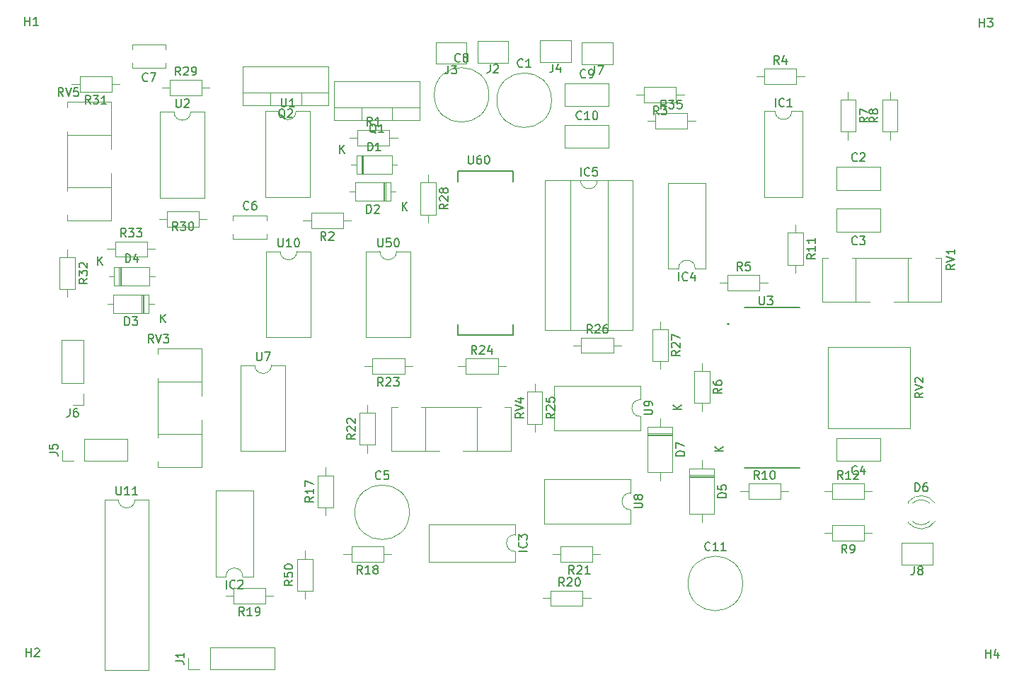
<source format=gbr>
%TF.GenerationSoftware,KiCad,Pcbnew,7.0.10*%
%TF.CreationDate,2024-03-29T17:24:56+05:30*%
%TF.ProjectId,Metal_detector,4d657461-6c5f-4646-9574-6563746f722e,rev?*%
%TF.SameCoordinates,Original*%
%TF.FileFunction,Legend,Top*%
%TF.FilePolarity,Positive*%
%FSLAX46Y46*%
G04 Gerber Fmt 4.6, Leading zero omitted, Abs format (unit mm)*
G04 Created by KiCad (PCBNEW 7.0.10) date 2024-03-29 17:24:56*
%MOMM*%
%LPD*%
G01*
G04 APERTURE LIST*
%ADD10C,0.150000*%
%ADD11C,0.200000*%
%ADD12C,0.120000*%
%ADD13C,0.127000*%
G04 APERTURE END LIST*
D10*
X133959695Y-89926819D02*
X133959695Y-88926819D01*
X133959695Y-89403009D02*
X134531123Y-89403009D01*
X134531123Y-89926819D02*
X134531123Y-88926819D01*
X135435885Y-89260152D02*
X135435885Y-89926819D01*
X135197790Y-88879200D02*
X134959695Y-89593485D01*
X134959695Y-89593485D02*
X135578742Y-89593485D01*
X133223095Y-14336419D02*
X133223095Y-13336419D01*
X133223095Y-13812609D02*
X133794523Y-13812609D01*
X133794523Y-14336419D02*
X133794523Y-13336419D01*
X134175476Y-13336419D02*
X134794523Y-13336419D01*
X134794523Y-13336419D02*
X134461190Y-13717371D01*
X134461190Y-13717371D02*
X134604047Y-13717371D01*
X134604047Y-13717371D02*
X134699285Y-13764990D01*
X134699285Y-13764990D02*
X134746904Y-13812609D01*
X134746904Y-13812609D02*
X134794523Y-13907847D01*
X134794523Y-13907847D02*
X134794523Y-14145942D01*
X134794523Y-14145942D02*
X134746904Y-14241180D01*
X134746904Y-14241180D02*
X134699285Y-14288800D01*
X134699285Y-14288800D02*
X134604047Y-14336419D01*
X134604047Y-14336419D02*
X134318333Y-14336419D01*
X134318333Y-14336419D02*
X134223095Y-14288800D01*
X134223095Y-14288800D02*
X134175476Y-14241180D01*
X19177095Y-89799819D02*
X19177095Y-88799819D01*
X19177095Y-89276009D02*
X19748523Y-89276009D01*
X19748523Y-89799819D02*
X19748523Y-88799819D01*
X20177095Y-88895057D02*
X20224714Y-88847438D01*
X20224714Y-88847438D02*
X20319952Y-88799819D01*
X20319952Y-88799819D02*
X20558047Y-88799819D01*
X20558047Y-88799819D02*
X20653285Y-88847438D01*
X20653285Y-88847438D02*
X20700904Y-88895057D01*
X20700904Y-88895057D02*
X20748523Y-88990295D01*
X20748523Y-88990295D02*
X20748523Y-89085533D01*
X20748523Y-89085533D02*
X20700904Y-89228390D01*
X20700904Y-89228390D02*
X20129476Y-89799819D01*
X20129476Y-89799819D02*
X20748523Y-89799819D01*
X19024695Y-14158619D02*
X19024695Y-13158619D01*
X19024695Y-13634809D02*
X19596123Y-13634809D01*
X19596123Y-14158619D02*
X19596123Y-13158619D01*
X20596123Y-14158619D02*
X20024695Y-14158619D01*
X20310409Y-14158619D02*
X20310409Y-13158619D01*
X20310409Y-13158619D02*
X20215171Y-13301476D01*
X20215171Y-13301476D02*
X20119933Y-13396714D01*
X20119933Y-13396714D02*
X20024695Y-13444333D01*
X100977142Y-76985580D02*
X100929523Y-77033200D01*
X100929523Y-77033200D02*
X100786666Y-77080819D01*
X100786666Y-77080819D02*
X100691428Y-77080819D01*
X100691428Y-77080819D02*
X100548571Y-77033200D01*
X100548571Y-77033200D02*
X100453333Y-76937961D01*
X100453333Y-76937961D02*
X100405714Y-76842723D01*
X100405714Y-76842723D02*
X100358095Y-76652247D01*
X100358095Y-76652247D02*
X100358095Y-76509390D01*
X100358095Y-76509390D02*
X100405714Y-76318914D01*
X100405714Y-76318914D02*
X100453333Y-76223676D01*
X100453333Y-76223676D02*
X100548571Y-76128438D01*
X100548571Y-76128438D02*
X100691428Y-76080819D01*
X100691428Y-76080819D02*
X100786666Y-76080819D01*
X100786666Y-76080819D02*
X100929523Y-76128438D01*
X100929523Y-76128438D02*
X100977142Y-76176057D01*
X101929523Y-77080819D02*
X101358095Y-77080819D01*
X101643809Y-77080819D02*
X101643809Y-76080819D01*
X101643809Y-76080819D02*
X101548571Y-76223676D01*
X101548571Y-76223676D02*
X101453333Y-76318914D01*
X101453333Y-76318914D02*
X101358095Y-76366533D01*
X102881904Y-77080819D02*
X102310476Y-77080819D01*
X102596190Y-77080819D02*
X102596190Y-76080819D01*
X102596190Y-76080819D02*
X102500952Y-76223676D01*
X102500952Y-76223676D02*
X102405714Y-76318914D01*
X102405714Y-76318914D02*
X102310476Y-76366533D01*
X97238810Y-44759819D02*
X97238810Y-43759819D01*
X98286428Y-44664580D02*
X98238809Y-44712200D01*
X98238809Y-44712200D02*
X98095952Y-44759819D01*
X98095952Y-44759819D02*
X98000714Y-44759819D01*
X98000714Y-44759819D02*
X97857857Y-44712200D01*
X97857857Y-44712200D02*
X97762619Y-44616961D01*
X97762619Y-44616961D02*
X97715000Y-44521723D01*
X97715000Y-44521723D02*
X97667381Y-44331247D01*
X97667381Y-44331247D02*
X97667381Y-44188390D01*
X97667381Y-44188390D02*
X97715000Y-43997914D01*
X97715000Y-43997914D02*
X97762619Y-43902676D01*
X97762619Y-43902676D02*
X97857857Y-43807438D01*
X97857857Y-43807438D02*
X98000714Y-43759819D01*
X98000714Y-43759819D02*
X98095952Y-43759819D01*
X98095952Y-43759819D02*
X98238809Y-43807438D01*
X98238809Y-43807438D02*
X98286428Y-43855057D01*
X99143571Y-44093152D02*
X99143571Y-44759819D01*
X98905476Y-43712200D02*
X98667381Y-44426485D01*
X98667381Y-44426485D02*
X99286428Y-44426485D01*
X61017161Y-27090657D02*
X60921923Y-27043038D01*
X60921923Y-27043038D02*
X60826685Y-26947800D01*
X60826685Y-26947800D02*
X60683828Y-26804942D01*
X60683828Y-26804942D02*
X60588590Y-26757323D01*
X60588590Y-26757323D02*
X60493352Y-26757323D01*
X60540971Y-26995419D02*
X60445733Y-26947800D01*
X60445733Y-26947800D02*
X60350495Y-26852561D01*
X60350495Y-26852561D02*
X60302876Y-26662085D01*
X60302876Y-26662085D02*
X60302876Y-26328752D01*
X60302876Y-26328752D02*
X60350495Y-26138276D01*
X60350495Y-26138276D02*
X60445733Y-26043038D01*
X60445733Y-26043038D02*
X60540971Y-25995419D01*
X60540971Y-25995419D02*
X60731447Y-25995419D01*
X60731447Y-25995419D02*
X60826685Y-26043038D01*
X60826685Y-26043038D02*
X60921923Y-26138276D01*
X60921923Y-26138276D02*
X60969542Y-26328752D01*
X60969542Y-26328752D02*
X60969542Y-26662085D01*
X60969542Y-26662085D02*
X60921923Y-26852561D01*
X60921923Y-26852561D02*
X60826685Y-26947800D01*
X60826685Y-26947800D02*
X60731447Y-26995419D01*
X60731447Y-26995419D02*
X60540971Y-26995419D01*
X61921923Y-26995419D02*
X61350495Y-26995419D01*
X61636209Y-26995419D02*
X61636209Y-25995419D01*
X61636209Y-25995419D02*
X61540971Y-26138276D01*
X61540971Y-26138276D02*
X61445733Y-26233514D01*
X61445733Y-26233514D02*
X61350495Y-26281133D01*
X106857142Y-68534819D02*
X106523809Y-68058628D01*
X106285714Y-68534819D02*
X106285714Y-67534819D01*
X106285714Y-67534819D02*
X106666666Y-67534819D01*
X106666666Y-67534819D02*
X106761904Y-67582438D01*
X106761904Y-67582438D02*
X106809523Y-67630057D01*
X106809523Y-67630057D02*
X106857142Y-67725295D01*
X106857142Y-67725295D02*
X106857142Y-67868152D01*
X106857142Y-67868152D02*
X106809523Y-67963390D01*
X106809523Y-67963390D02*
X106761904Y-68011009D01*
X106761904Y-68011009D02*
X106666666Y-68058628D01*
X106666666Y-68058628D02*
X106285714Y-68058628D01*
X107809523Y-68534819D02*
X107238095Y-68534819D01*
X107523809Y-68534819D02*
X107523809Y-67534819D01*
X107523809Y-67534819D02*
X107428571Y-67677676D01*
X107428571Y-67677676D02*
X107333333Y-67772914D01*
X107333333Y-67772914D02*
X107238095Y-67820533D01*
X108428571Y-67534819D02*
X108523809Y-67534819D01*
X108523809Y-67534819D02*
X108619047Y-67582438D01*
X108619047Y-67582438D02*
X108666666Y-67630057D01*
X108666666Y-67630057D02*
X108714285Y-67725295D01*
X108714285Y-67725295D02*
X108761904Y-67915771D01*
X108761904Y-67915771D02*
X108761904Y-68153866D01*
X108761904Y-68153866D02*
X108714285Y-68344342D01*
X108714285Y-68344342D02*
X108666666Y-68439580D01*
X108666666Y-68439580D02*
X108619047Y-68487200D01*
X108619047Y-68487200D02*
X108523809Y-68534819D01*
X108523809Y-68534819D02*
X108428571Y-68534819D01*
X108428571Y-68534819D02*
X108333333Y-68487200D01*
X108333333Y-68487200D02*
X108285714Y-68439580D01*
X108285714Y-68439580D02*
X108238095Y-68344342D01*
X108238095Y-68344342D02*
X108190476Y-68153866D01*
X108190476Y-68153866D02*
X108190476Y-67915771D01*
X108190476Y-67915771D02*
X108238095Y-67725295D01*
X108238095Y-67725295D02*
X108285714Y-67630057D01*
X108285714Y-67630057D02*
X108333333Y-67582438D01*
X108333333Y-67582438D02*
X108428571Y-67534819D01*
X119874819Y-25166666D02*
X119398628Y-25499999D01*
X119874819Y-25738094D02*
X118874819Y-25738094D01*
X118874819Y-25738094D02*
X118874819Y-25357142D01*
X118874819Y-25357142D02*
X118922438Y-25261904D01*
X118922438Y-25261904D02*
X118970057Y-25214285D01*
X118970057Y-25214285D02*
X119065295Y-25166666D01*
X119065295Y-25166666D02*
X119208152Y-25166666D01*
X119208152Y-25166666D02*
X119303390Y-25214285D01*
X119303390Y-25214285D02*
X119351009Y-25261904D01*
X119351009Y-25261904D02*
X119398628Y-25357142D01*
X119398628Y-25357142D02*
X119398628Y-25738094D01*
X118874819Y-24833332D02*
X118874819Y-24166666D01*
X118874819Y-24166666D02*
X119874819Y-24595237D01*
X26839942Y-23583819D02*
X26506609Y-23107628D01*
X26268514Y-23583819D02*
X26268514Y-22583819D01*
X26268514Y-22583819D02*
X26649466Y-22583819D01*
X26649466Y-22583819D02*
X26744704Y-22631438D01*
X26744704Y-22631438D02*
X26792323Y-22679057D01*
X26792323Y-22679057D02*
X26839942Y-22774295D01*
X26839942Y-22774295D02*
X26839942Y-22917152D01*
X26839942Y-22917152D02*
X26792323Y-23012390D01*
X26792323Y-23012390D02*
X26744704Y-23060009D01*
X26744704Y-23060009D02*
X26649466Y-23107628D01*
X26649466Y-23107628D02*
X26268514Y-23107628D01*
X27173276Y-22583819D02*
X27792323Y-22583819D01*
X27792323Y-22583819D02*
X27458990Y-22964771D01*
X27458990Y-22964771D02*
X27601847Y-22964771D01*
X27601847Y-22964771D02*
X27697085Y-23012390D01*
X27697085Y-23012390D02*
X27744704Y-23060009D01*
X27744704Y-23060009D02*
X27792323Y-23155247D01*
X27792323Y-23155247D02*
X27792323Y-23393342D01*
X27792323Y-23393342D02*
X27744704Y-23488580D01*
X27744704Y-23488580D02*
X27697085Y-23536200D01*
X27697085Y-23536200D02*
X27601847Y-23583819D01*
X27601847Y-23583819D02*
X27316133Y-23583819D01*
X27316133Y-23583819D02*
X27220895Y-23536200D01*
X27220895Y-23536200D02*
X27173276Y-23488580D01*
X28744704Y-23583819D02*
X28173276Y-23583819D01*
X28458990Y-23583819D02*
X28458990Y-22583819D01*
X28458990Y-22583819D02*
X28363752Y-22726676D01*
X28363752Y-22726676D02*
X28268514Y-22821914D01*
X28268514Y-22821914D02*
X28173276Y-22869533D01*
X49692495Y-22915819D02*
X49692495Y-23725342D01*
X49692495Y-23725342D02*
X49740114Y-23820580D01*
X49740114Y-23820580D02*
X49787733Y-23868200D01*
X49787733Y-23868200D02*
X49882971Y-23915819D01*
X49882971Y-23915819D02*
X50073447Y-23915819D01*
X50073447Y-23915819D02*
X50168685Y-23868200D01*
X50168685Y-23868200D02*
X50216304Y-23820580D01*
X50216304Y-23820580D02*
X50263923Y-23725342D01*
X50263923Y-23725342D02*
X50263923Y-22915819D01*
X51263923Y-23915819D02*
X50692495Y-23915819D01*
X50978209Y-23915819D02*
X50978209Y-22915819D01*
X50978209Y-22915819D02*
X50882971Y-23058676D01*
X50882971Y-23058676D02*
X50787733Y-23153914D01*
X50787733Y-23153914D02*
X50692495Y-23201533D01*
X24391666Y-60064819D02*
X24391666Y-60779104D01*
X24391666Y-60779104D02*
X24344047Y-60921961D01*
X24344047Y-60921961D02*
X24248809Y-61017200D01*
X24248809Y-61017200D02*
X24105952Y-61064819D01*
X24105952Y-61064819D02*
X24010714Y-61064819D01*
X25296428Y-60064819D02*
X25105952Y-60064819D01*
X25105952Y-60064819D02*
X25010714Y-60112438D01*
X25010714Y-60112438D02*
X24963095Y-60160057D01*
X24963095Y-60160057D02*
X24867857Y-60302914D01*
X24867857Y-60302914D02*
X24820238Y-60493390D01*
X24820238Y-60493390D02*
X24820238Y-60874342D01*
X24820238Y-60874342D02*
X24867857Y-60969580D01*
X24867857Y-60969580D02*
X24915476Y-61017200D01*
X24915476Y-61017200D02*
X25010714Y-61064819D01*
X25010714Y-61064819D02*
X25201190Y-61064819D01*
X25201190Y-61064819D02*
X25296428Y-61017200D01*
X25296428Y-61017200D02*
X25344047Y-60969580D01*
X25344047Y-60969580D02*
X25391666Y-60874342D01*
X25391666Y-60874342D02*
X25391666Y-60636247D01*
X25391666Y-60636247D02*
X25344047Y-60541009D01*
X25344047Y-60541009D02*
X25296428Y-60493390D01*
X25296428Y-60493390D02*
X25201190Y-60445771D01*
X25201190Y-60445771D02*
X25010714Y-60445771D01*
X25010714Y-60445771D02*
X24915476Y-60493390D01*
X24915476Y-60493390D02*
X24867857Y-60541009D01*
X24867857Y-60541009D02*
X24820238Y-60636247D01*
X102924819Y-70738094D02*
X101924819Y-70738094D01*
X101924819Y-70738094D02*
X101924819Y-70499999D01*
X101924819Y-70499999D02*
X101972438Y-70357142D01*
X101972438Y-70357142D02*
X102067676Y-70261904D01*
X102067676Y-70261904D02*
X102162914Y-70214285D01*
X102162914Y-70214285D02*
X102353390Y-70166666D01*
X102353390Y-70166666D02*
X102496247Y-70166666D01*
X102496247Y-70166666D02*
X102686723Y-70214285D01*
X102686723Y-70214285D02*
X102781961Y-70261904D01*
X102781961Y-70261904D02*
X102877200Y-70357142D01*
X102877200Y-70357142D02*
X102924819Y-70499999D01*
X102924819Y-70499999D02*
X102924819Y-70738094D01*
X101924819Y-69261904D02*
X101924819Y-69738094D01*
X101924819Y-69738094D02*
X102401009Y-69785713D01*
X102401009Y-69785713D02*
X102353390Y-69738094D01*
X102353390Y-69738094D02*
X102305771Y-69642856D01*
X102305771Y-69642856D02*
X102305771Y-69404761D01*
X102305771Y-69404761D02*
X102353390Y-69309523D01*
X102353390Y-69309523D02*
X102401009Y-69261904D01*
X102401009Y-69261904D02*
X102496247Y-69214285D01*
X102496247Y-69214285D02*
X102734342Y-69214285D01*
X102734342Y-69214285D02*
X102829580Y-69261904D01*
X102829580Y-69261904D02*
X102877200Y-69309523D01*
X102877200Y-69309523D02*
X102924819Y-69404761D01*
X102924819Y-69404761D02*
X102924819Y-69642856D01*
X102924819Y-69642856D02*
X102877200Y-69738094D01*
X102877200Y-69738094D02*
X102829580Y-69785713D01*
X102554819Y-65181904D02*
X101554819Y-65181904D01*
X102554819Y-64610476D02*
X101983390Y-65039047D01*
X101554819Y-64610476D02*
X102126247Y-65181904D01*
X113549819Y-41567857D02*
X113073628Y-41901190D01*
X113549819Y-42139285D02*
X112549819Y-42139285D01*
X112549819Y-42139285D02*
X112549819Y-41758333D01*
X112549819Y-41758333D02*
X112597438Y-41663095D01*
X112597438Y-41663095D02*
X112645057Y-41615476D01*
X112645057Y-41615476D02*
X112740295Y-41567857D01*
X112740295Y-41567857D02*
X112883152Y-41567857D01*
X112883152Y-41567857D02*
X112978390Y-41615476D01*
X112978390Y-41615476D02*
X113026009Y-41663095D01*
X113026009Y-41663095D02*
X113073628Y-41758333D01*
X113073628Y-41758333D02*
X113073628Y-42139285D01*
X113549819Y-40615476D02*
X113549819Y-41186904D01*
X113549819Y-40901190D02*
X112549819Y-40901190D01*
X112549819Y-40901190D02*
X112692676Y-40996428D01*
X112692676Y-40996428D02*
X112787914Y-41091666D01*
X112787914Y-41091666D02*
X112835533Y-41186904D01*
X113549819Y-39663095D02*
X113549819Y-40234523D01*
X113549819Y-39948809D02*
X112549819Y-39948809D01*
X112549819Y-39948809D02*
X112692676Y-40044047D01*
X112692676Y-40044047D02*
X112787914Y-40139285D01*
X112787914Y-40139285D02*
X112835533Y-40234523D01*
X95717142Y-24134819D02*
X95383809Y-23658628D01*
X95145714Y-24134819D02*
X95145714Y-23134819D01*
X95145714Y-23134819D02*
X95526666Y-23134819D01*
X95526666Y-23134819D02*
X95621904Y-23182438D01*
X95621904Y-23182438D02*
X95669523Y-23230057D01*
X95669523Y-23230057D02*
X95717142Y-23325295D01*
X95717142Y-23325295D02*
X95717142Y-23468152D01*
X95717142Y-23468152D02*
X95669523Y-23563390D01*
X95669523Y-23563390D02*
X95621904Y-23611009D01*
X95621904Y-23611009D02*
X95526666Y-23658628D01*
X95526666Y-23658628D02*
X95145714Y-23658628D01*
X96050476Y-23134819D02*
X96669523Y-23134819D01*
X96669523Y-23134819D02*
X96336190Y-23515771D01*
X96336190Y-23515771D02*
X96479047Y-23515771D01*
X96479047Y-23515771D02*
X96574285Y-23563390D01*
X96574285Y-23563390D02*
X96621904Y-23611009D01*
X96621904Y-23611009D02*
X96669523Y-23706247D01*
X96669523Y-23706247D02*
X96669523Y-23944342D01*
X96669523Y-23944342D02*
X96621904Y-24039580D01*
X96621904Y-24039580D02*
X96574285Y-24087200D01*
X96574285Y-24087200D02*
X96479047Y-24134819D01*
X96479047Y-24134819D02*
X96193333Y-24134819D01*
X96193333Y-24134819D02*
X96098095Y-24087200D01*
X96098095Y-24087200D02*
X96050476Y-24039580D01*
X97574285Y-23134819D02*
X97098095Y-23134819D01*
X97098095Y-23134819D02*
X97050476Y-23611009D01*
X97050476Y-23611009D02*
X97098095Y-23563390D01*
X97098095Y-23563390D02*
X97193333Y-23515771D01*
X97193333Y-23515771D02*
X97431428Y-23515771D01*
X97431428Y-23515771D02*
X97526666Y-23563390D01*
X97526666Y-23563390D02*
X97574285Y-23611009D01*
X97574285Y-23611009D02*
X97621904Y-23706247D01*
X97621904Y-23706247D02*
X97621904Y-23944342D01*
X97621904Y-23944342D02*
X97574285Y-24039580D01*
X97574285Y-24039580D02*
X97526666Y-24087200D01*
X97526666Y-24087200D02*
X97431428Y-24134819D01*
X97431428Y-24134819D02*
X97193333Y-24134819D01*
X97193333Y-24134819D02*
X97098095Y-24087200D01*
X97098095Y-24087200D02*
X97050476Y-24039580D01*
X37279342Y-38738219D02*
X36946009Y-38262028D01*
X36707914Y-38738219D02*
X36707914Y-37738219D01*
X36707914Y-37738219D02*
X37088866Y-37738219D01*
X37088866Y-37738219D02*
X37184104Y-37785838D01*
X37184104Y-37785838D02*
X37231723Y-37833457D01*
X37231723Y-37833457D02*
X37279342Y-37928695D01*
X37279342Y-37928695D02*
X37279342Y-38071552D01*
X37279342Y-38071552D02*
X37231723Y-38166790D01*
X37231723Y-38166790D02*
X37184104Y-38214409D01*
X37184104Y-38214409D02*
X37088866Y-38262028D01*
X37088866Y-38262028D02*
X36707914Y-38262028D01*
X37612676Y-37738219D02*
X38231723Y-37738219D01*
X38231723Y-37738219D02*
X37898390Y-38119171D01*
X37898390Y-38119171D02*
X38041247Y-38119171D01*
X38041247Y-38119171D02*
X38136485Y-38166790D01*
X38136485Y-38166790D02*
X38184104Y-38214409D01*
X38184104Y-38214409D02*
X38231723Y-38309647D01*
X38231723Y-38309647D02*
X38231723Y-38547742D01*
X38231723Y-38547742D02*
X38184104Y-38642980D01*
X38184104Y-38642980D02*
X38136485Y-38690600D01*
X38136485Y-38690600D02*
X38041247Y-38738219D01*
X38041247Y-38738219D02*
X37755533Y-38738219D01*
X37755533Y-38738219D02*
X37660295Y-38690600D01*
X37660295Y-38690600D02*
X37612676Y-38642980D01*
X38850771Y-37738219D02*
X38946009Y-37738219D01*
X38946009Y-37738219D02*
X39041247Y-37785838D01*
X39041247Y-37785838D02*
X39088866Y-37833457D01*
X39088866Y-37833457D02*
X39136485Y-37928695D01*
X39136485Y-37928695D02*
X39184104Y-38119171D01*
X39184104Y-38119171D02*
X39184104Y-38357266D01*
X39184104Y-38357266D02*
X39136485Y-38547742D01*
X39136485Y-38547742D02*
X39088866Y-38642980D01*
X39088866Y-38642980D02*
X39041247Y-38690600D01*
X39041247Y-38690600D02*
X38946009Y-38738219D01*
X38946009Y-38738219D02*
X38850771Y-38738219D01*
X38850771Y-38738219D02*
X38755533Y-38690600D01*
X38755533Y-38690600D02*
X38707914Y-38642980D01*
X38707914Y-38642980D02*
X38660295Y-38547742D01*
X38660295Y-38547742D02*
X38612676Y-38357266D01*
X38612676Y-38357266D02*
X38612676Y-38119171D01*
X38612676Y-38119171D02*
X38660295Y-37928695D01*
X38660295Y-37928695D02*
X38707914Y-37833457D01*
X38707914Y-37833457D02*
X38755533Y-37785838D01*
X38755533Y-37785838D02*
X38850771Y-37738219D01*
X31082142Y-39509819D02*
X30748809Y-39033628D01*
X30510714Y-39509819D02*
X30510714Y-38509819D01*
X30510714Y-38509819D02*
X30891666Y-38509819D01*
X30891666Y-38509819D02*
X30986904Y-38557438D01*
X30986904Y-38557438D02*
X31034523Y-38605057D01*
X31034523Y-38605057D02*
X31082142Y-38700295D01*
X31082142Y-38700295D02*
X31082142Y-38843152D01*
X31082142Y-38843152D02*
X31034523Y-38938390D01*
X31034523Y-38938390D02*
X30986904Y-38986009D01*
X30986904Y-38986009D02*
X30891666Y-39033628D01*
X30891666Y-39033628D02*
X30510714Y-39033628D01*
X31415476Y-38509819D02*
X32034523Y-38509819D01*
X32034523Y-38509819D02*
X31701190Y-38890771D01*
X31701190Y-38890771D02*
X31844047Y-38890771D01*
X31844047Y-38890771D02*
X31939285Y-38938390D01*
X31939285Y-38938390D02*
X31986904Y-38986009D01*
X31986904Y-38986009D02*
X32034523Y-39081247D01*
X32034523Y-39081247D02*
X32034523Y-39319342D01*
X32034523Y-39319342D02*
X31986904Y-39414580D01*
X31986904Y-39414580D02*
X31939285Y-39462200D01*
X31939285Y-39462200D02*
X31844047Y-39509819D01*
X31844047Y-39509819D02*
X31558333Y-39509819D01*
X31558333Y-39509819D02*
X31463095Y-39462200D01*
X31463095Y-39462200D02*
X31415476Y-39414580D01*
X32367857Y-38509819D02*
X32986904Y-38509819D01*
X32986904Y-38509819D02*
X32653571Y-38890771D01*
X32653571Y-38890771D02*
X32796428Y-38890771D01*
X32796428Y-38890771D02*
X32891666Y-38938390D01*
X32891666Y-38938390D02*
X32939285Y-38986009D01*
X32939285Y-38986009D02*
X32986904Y-39081247D01*
X32986904Y-39081247D02*
X32986904Y-39319342D01*
X32986904Y-39319342D02*
X32939285Y-39414580D01*
X32939285Y-39414580D02*
X32891666Y-39462200D01*
X32891666Y-39462200D02*
X32796428Y-39509819D01*
X32796428Y-39509819D02*
X32510714Y-39509819D01*
X32510714Y-39509819D02*
X32415476Y-39462200D01*
X32415476Y-39462200D02*
X32367857Y-39414580D01*
X53534819Y-70642857D02*
X53058628Y-70976190D01*
X53534819Y-71214285D02*
X52534819Y-71214285D01*
X52534819Y-71214285D02*
X52534819Y-70833333D01*
X52534819Y-70833333D02*
X52582438Y-70738095D01*
X52582438Y-70738095D02*
X52630057Y-70690476D01*
X52630057Y-70690476D02*
X52725295Y-70642857D01*
X52725295Y-70642857D02*
X52868152Y-70642857D01*
X52868152Y-70642857D02*
X52963390Y-70690476D01*
X52963390Y-70690476D02*
X53011009Y-70738095D01*
X53011009Y-70738095D02*
X53058628Y-70833333D01*
X53058628Y-70833333D02*
X53058628Y-71214285D01*
X53534819Y-69690476D02*
X53534819Y-70261904D01*
X53534819Y-69976190D02*
X52534819Y-69976190D01*
X52534819Y-69976190D02*
X52677676Y-70071428D01*
X52677676Y-70071428D02*
X52772914Y-70166666D01*
X52772914Y-70166666D02*
X52820533Y-70261904D01*
X52534819Y-69357142D02*
X52534819Y-68690476D01*
X52534819Y-68690476D02*
X53534819Y-69119047D01*
X118583333Y-30359580D02*
X118535714Y-30407200D01*
X118535714Y-30407200D02*
X118392857Y-30454819D01*
X118392857Y-30454819D02*
X118297619Y-30454819D01*
X118297619Y-30454819D02*
X118154762Y-30407200D01*
X118154762Y-30407200D02*
X118059524Y-30311961D01*
X118059524Y-30311961D02*
X118011905Y-30216723D01*
X118011905Y-30216723D02*
X117964286Y-30026247D01*
X117964286Y-30026247D02*
X117964286Y-29883390D01*
X117964286Y-29883390D02*
X118011905Y-29692914D01*
X118011905Y-29692914D02*
X118059524Y-29597676D01*
X118059524Y-29597676D02*
X118154762Y-29502438D01*
X118154762Y-29502438D02*
X118297619Y-29454819D01*
X118297619Y-29454819D02*
X118392857Y-29454819D01*
X118392857Y-29454819D02*
X118535714Y-29502438D01*
X118535714Y-29502438D02*
X118583333Y-29550057D01*
X118964286Y-29550057D02*
X119011905Y-29502438D01*
X119011905Y-29502438D02*
X119107143Y-29454819D01*
X119107143Y-29454819D02*
X119345238Y-29454819D01*
X119345238Y-29454819D02*
X119440476Y-29502438D01*
X119440476Y-29502438D02*
X119488095Y-29550057D01*
X119488095Y-29550057D02*
X119535714Y-29645295D01*
X119535714Y-29645295D02*
X119535714Y-29740533D01*
X119535714Y-29740533D02*
X119488095Y-29883390D01*
X119488095Y-29883390D02*
X118916667Y-30454819D01*
X118916667Y-30454819D02*
X119535714Y-30454819D01*
X60044105Y-29195819D02*
X60044105Y-28195819D01*
X60044105Y-28195819D02*
X60282200Y-28195819D01*
X60282200Y-28195819D02*
X60425057Y-28243438D01*
X60425057Y-28243438D02*
X60520295Y-28338676D01*
X60520295Y-28338676D02*
X60567914Y-28433914D01*
X60567914Y-28433914D02*
X60615533Y-28624390D01*
X60615533Y-28624390D02*
X60615533Y-28767247D01*
X60615533Y-28767247D02*
X60567914Y-28957723D01*
X60567914Y-28957723D02*
X60520295Y-29052961D01*
X60520295Y-29052961D02*
X60425057Y-29148200D01*
X60425057Y-29148200D02*
X60282200Y-29195819D01*
X60282200Y-29195819D02*
X60044105Y-29195819D01*
X61567914Y-29195819D02*
X60996486Y-29195819D01*
X61282200Y-29195819D02*
X61282200Y-28195819D01*
X61282200Y-28195819D02*
X61186962Y-28338676D01*
X61186962Y-28338676D02*
X61091724Y-28433914D01*
X61091724Y-28433914D02*
X60996486Y-28481533D01*
X56710295Y-29515819D02*
X56710295Y-28515819D01*
X57281723Y-29515819D02*
X56853152Y-28944390D01*
X57281723Y-28515819D02*
X56710295Y-29087247D01*
X82166666Y-18802219D02*
X82166666Y-19516504D01*
X82166666Y-19516504D02*
X82119047Y-19659361D01*
X82119047Y-19659361D02*
X82023809Y-19754600D01*
X82023809Y-19754600D02*
X81880952Y-19802219D01*
X81880952Y-19802219D02*
X81785714Y-19802219D01*
X83071428Y-19135552D02*
X83071428Y-19802219D01*
X82833333Y-18754600D02*
X82595238Y-19468885D01*
X82595238Y-19468885D02*
X83214285Y-19468885D01*
X108783810Y-23899819D02*
X108783810Y-22899819D01*
X109831428Y-23804580D02*
X109783809Y-23852200D01*
X109783809Y-23852200D02*
X109640952Y-23899819D01*
X109640952Y-23899819D02*
X109545714Y-23899819D01*
X109545714Y-23899819D02*
X109402857Y-23852200D01*
X109402857Y-23852200D02*
X109307619Y-23756961D01*
X109307619Y-23756961D02*
X109260000Y-23661723D01*
X109260000Y-23661723D02*
X109212381Y-23471247D01*
X109212381Y-23471247D02*
X109212381Y-23328390D01*
X109212381Y-23328390D02*
X109260000Y-23137914D01*
X109260000Y-23137914D02*
X109307619Y-23042676D01*
X109307619Y-23042676D02*
X109402857Y-22947438D01*
X109402857Y-22947438D02*
X109545714Y-22899819D01*
X109545714Y-22899819D02*
X109640952Y-22899819D01*
X109640952Y-22899819D02*
X109783809Y-22947438D01*
X109783809Y-22947438D02*
X109831428Y-22995057D01*
X110783809Y-23899819D02*
X110212381Y-23899819D01*
X110498095Y-23899819D02*
X110498095Y-22899819D01*
X110498095Y-22899819D02*
X110402857Y-23042676D01*
X110402857Y-23042676D02*
X110307619Y-23137914D01*
X110307619Y-23137914D02*
X110212381Y-23185533D01*
X125416666Y-78979819D02*
X125416666Y-79694104D01*
X125416666Y-79694104D02*
X125369047Y-79836961D01*
X125369047Y-79836961D02*
X125273809Y-79932200D01*
X125273809Y-79932200D02*
X125130952Y-79979819D01*
X125130952Y-79979819D02*
X125035714Y-79979819D01*
X126035714Y-79408390D02*
X125940476Y-79360771D01*
X125940476Y-79360771D02*
X125892857Y-79313152D01*
X125892857Y-79313152D02*
X125845238Y-79217914D01*
X125845238Y-79217914D02*
X125845238Y-79170295D01*
X125845238Y-79170295D02*
X125892857Y-79075057D01*
X125892857Y-79075057D02*
X125940476Y-79027438D01*
X125940476Y-79027438D02*
X126035714Y-78979819D01*
X126035714Y-78979819D02*
X126226190Y-78979819D01*
X126226190Y-78979819D02*
X126321428Y-79027438D01*
X126321428Y-79027438D02*
X126369047Y-79075057D01*
X126369047Y-79075057D02*
X126416666Y-79170295D01*
X126416666Y-79170295D02*
X126416666Y-79217914D01*
X126416666Y-79217914D02*
X126369047Y-79313152D01*
X126369047Y-79313152D02*
X126321428Y-79360771D01*
X126321428Y-79360771D02*
X126226190Y-79408390D01*
X126226190Y-79408390D02*
X126035714Y-79408390D01*
X126035714Y-79408390D02*
X125940476Y-79456009D01*
X125940476Y-79456009D02*
X125892857Y-79503628D01*
X125892857Y-79503628D02*
X125845238Y-79598866D01*
X125845238Y-79598866D02*
X125845238Y-79789342D01*
X125845238Y-79789342D02*
X125892857Y-79884580D01*
X125892857Y-79884580D02*
X125940476Y-79932200D01*
X125940476Y-79932200D02*
X126035714Y-79979819D01*
X126035714Y-79979819D02*
X126226190Y-79979819D01*
X126226190Y-79979819D02*
X126321428Y-79932200D01*
X126321428Y-79932200D02*
X126369047Y-79884580D01*
X126369047Y-79884580D02*
X126416666Y-79789342D01*
X126416666Y-79789342D02*
X126416666Y-79598866D01*
X126416666Y-79598866D02*
X126369047Y-79503628D01*
X126369047Y-79503628D02*
X126321428Y-79456009D01*
X126321428Y-79456009D02*
X126226190Y-79408390D01*
X125491905Y-69994819D02*
X125491905Y-68994819D01*
X125491905Y-68994819D02*
X125730000Y-68994819D01*
X125730000Y-68994819D02*
X125872857Y-69042438D01*
X125872857Y-69042438D02*
X125968095Y-69137676D01*
X125968095Y-69137676D02*
X126015714Y-69232914D01*
X126015714Y-69232914D02*
X126063333Y-69423390D01*
X126063333Y-69423390D02*
X126063333Y-69566247D01*
X126063333Y-69566247D02*
X126015714Y-69756723D01*
X126015714Y-69756723D02*
X125968095Y-69851961D01*
X125968095Y-69851961D02*
X125872857Y-69947200D01*
X125872857Y-69947200D02*
X125730000Y-69994819D01*
X125730000Y-69994819D02*
X125491905Y-69994819D01*
X126920476Y-68994819D02*
X126730000Y-68994819D01*
X126730000Y-68994819D02*
X126634762Y-69042438D01*
X126634762Y-69042438D02*
X126587143Y-69090057D01*
X126587143Y-69090057D02*
X126491905Y-69232914D01*
X126491905Y-69232914D02*
X126444286Y-69423390D01*
X126444286Y-69423390D02*
X126444286Y-69804342D01*
X126444286Y-69804342D02*
X126491905Y-69899580D01*
X126491905Y-69899580D02*
X126539524Y-69947200D01*
X126539524Y-69947200D02*
X126634762Y-69994819D01*
X126634762Y-69994819D02*
X126825238Y-69994819D01*
X126825238Y-69994819D02*
X126920476Y-69947200D01*
X126920476Y-69947200D02*
X126968095Y-69899580D01*
X126968095Y-69899580D02*
X127015714Y-69804342D01*
X127015714Y-69804342D02*
X127015714Y-69566247D01*
X127015714Y-69566247D02*
X126968095Y-69471009D01*
X126968095Y-69471009D02*
X126920476Y-69423390D01*
X126920476Y-69423390D02*
X126825238Y-69375771D01*
X126825238Y-69375771D02*
X126634762Y-69375771D01*
X126634762Y-69375771D02*
X126539524Y-69423390D01*
X126539524Y-69423390D02*
X126491905Y-69471009D01*
X126491905Y-69471009D02*
X126444286Y-69566247D01*
X78583333Y-19098980D02*
X78535714Y-19146600D01*
X78535714Y-19146600D02*
X78392857Y-19194219D01*
X78392857Y-19194219D02*
X78297619Y-19194219D01*
X78297619Y-19194219D02*
X78154762Y-19146600D01*
X78154762Y-19146600D02*
X78059524Y-19051361D01*
X78059524Y-19051361D02*
X78011905Y-18956123D01*
X78011905Y-18956123D02*
X77964286Y-18765647D01*
X77964286Y-18765647D02*
X77964286Y-18622790D01*
X77964286Y-18622790D02*
X78011905Y-18432314D01*
X78011905Y-18432314D02*
X78059524Y-18337076D01*
X78059524Y-18337076D02*
X78154762Y-18241838D01*
X78154762Y-18241838D02*
X78297619Y-18194219D01*
X78297619Y-18194219D02*
X78392857Y-18194219D01*
X78392857Y-18194219D02*
X78535714Y-18241838D01*
X78535714Y-18241838D02*
X78583333Y-18289457D01*
X79535714Y-19194219D02*
X78964286Y-19194219D01*
X79250000Y-19194219D02*
X79250000Y-18194219D01*
X79250000Y-18194219D02*
X79154762Y-18337076D01*
X79154762Y-18337076D02*
X79059524Y-18432314D01*
X79059524Y-18432314D02*
X78964286Y-18479933D01*
X55002133Y-39916019D02*
X54668800Y-39439828D01*
X54430705Y-39916019D02*
X54430705Y-38916019D01*
X54430705Y-38916019D02*
X54811657Y-38916019D01*
X54811657Y-38916019D02*
X54906895Y-38963638D01*
X54906895Y-38963638D02*
X54954514Y-39011257D01*
X54954514Y-39011257D02*
X55002133Y-39106495D01*
X55002133Y-39106495D02*
X55002133Y-39249352D01*
X55002133Y-39249352D02*
X54954514Y-39344590D01*
X54954514Y-39344590D02*
X54906895Y-39392209D01*
X54906895Y-39392209D02*
X54811657Y-39439828D01*
X54811657Y-39439828D02*
X54430705Y-39439828D01*
X55383086Y-39011257D02*
X55430705Y-38963638D01*
X55430705Y-38963638D02*
X55525943Y-38916019D01*
X55525943Y-38916019D02*
X55764038Y-38916019D01*
X55764038Y-38916019D02*
X55859276Y-38963638D01*
X55859276Y-38963638D02*
X55906895Y-39011257D01*
X55906895Y-39011257D02*
X55954514Y-39106495D01*
X55954514Y-39106495D02*
X55954514Y-39201733D01*
X55954514Y-39201733D02*
X55906895Y-39344590D01*
X55906895Y-39344590D02*
X55335467Y-39916019D01*
X55335467Y-39916019D02*
X55954514Y-39916019D01*
X69634019Y-35567857D02*
X69157828Y-35901190D01*
X69634019Y-36139285D02*
X68634019Y-36139285D01*
X68634019Y-36139285D02*
X68634019Y-35758333D01*
X68634019Y-35758333D02*
X68681638Y-35663095D01*
X68681638Y-35663095D02*
X68729257Y-35615476D01*
X68729257Y-35615476D02*
X68824495Y-35567857D01*
X68824495Y-35567857D02*
X68967352Y-35567857D01*
X68967352Y-35567857D02*
X69062590Y-35615476D01*
X69062590Y-35615476D02*
X69110209Y-35663095D01*
X69110209Y-35663095D02*
X69157828Y-35758333D01*
X69157828Y-35758333D02*
X69157828Y-36139285D01*
X68729257Y-35186904D02*
X68681638Y-35139285D01*
X68681638Y-35139285D02*
X68634019Y-35044047D01*
X68634019Y-35044047D02*
X68634019Y-34805952D01*
X68634019Y-34805952D02*
X68681638Y-34710714D01*
X68681638Y-34710714D02*
X68729257Y-34663095D01*
X68729257Y-34663095D02*
X68824495Y-34615476D01*
X68824495Y-34615476D02*
X68919733Y-34615476D01*
X68919733Y-34615476D02*
X69062590Y-34663095D01*
X69062590Y-34663095D02*
X69634019Y-35234523D01*
X69634019Y-35234523D02*
X69634019Y-34615476D01*
X69062590Y-34044047D02*
X69014971Y-34139285D01*
X69014971Y-34139285D02*
X68967352Y-34186904D01*
X68967352Y-34186904D02*
X68872114Y-34234523D01*
X68872114Y-34234523D02*
X68824495Y-34234523D01*
X68824495Y-34234523D02*
X68729257Y-34186904D01*
X68729257Y-34186904D02*
X68681638Y-34139285D01*
X68681638Y-34139285D02*
X68634019Y-34044047D01*
X68634019Y-34044047D02*
X68634019Y-33853571D01*
X68634019Y-33853571D02*
X68681638Y-33758333D01*
X68681638Y-33758333D02*
X68729257Y-33710714D01*
X68729257Y-33710714D02*
X68824495Y-33663095D01*
X68824495Y-33663095D02*
X68872114Y-33663095D01*
X68872114Y-33663095D02*
X68967352Y-33710714D01*
X68967352Y-33710714D02*
X69014971Y-33758333D01*
X69014971Y-33758333D02*
X69062590Y-33853571D01*
X69062590Y-33853571D02*
X69062590Y-34044047D01*
X69062590Y-34044047D02*
X69110209Y-34139285D01*
X69110209Y-34139285D02*
X69157828Y-34186904D01*
X69157828Y-34186904D02*
X69253066Y-34234523D01*
X69253066Y-34234523D02*
X69443542Y-34234523D01*
X69443542Y-34234523D02*
X69538780Y-34186904D01*
X69538780Y-34186904D02*
X69586400Y-34139285D01*
X69586400Y-34139285D02*
X69634019Y-34044047D01*
X69634019Y-34044047D02*
X69634019Y-33853571D01*
X69634019Y-33853571D02*
X69586400Y-33758333D01*
X69586400Y-33758333D02*
X69538780Y-33710714D01*
X69538780Y-33710714D02*
X69443542Y-33663095D01*
X69443542Y-33663095D02*
X69253066Y-33663095D01*
X69253066Y-33663095D02*
X69157828Y-33710714D01*
X69157828Y-33710714D02*
X69110209Y-33758333D01*
X69110209Y-33758333D02*
X69062590Y-33853571D01*
X74666666Y-18853019D02*
X74666666Y-19567304D01*
X74666666Y-19567304D02*
X74619047Y-19710161D01*
X74619047Y-19710161D02*
X74523809Y-19805400D01*
X74523809Y-19805400D02*
X74380952Y-19853019D01*
X74380952Y-19853019D02*
X74285714Y-19853019D01*
X75095238Y-18948257D02*
X75142857Y-18900638D01*
X75142857Y-18900638D02*
X75238095Y-18853019D01*
X75238095Y-18853019D02*
X75476190Y-18853019D01*
X75476190Y-18853019D02*
X75571428Y-18900638D01*
X75571428Y-18900638D02*
X75619047Y-18948257D01*
X75619047Y-18948257D02*
X75666666Y-19043495D01*
X75666666Y-19043495D02*
X75666666Y-19138733D01*
X75666666Y-19138733D02*
X75619047Y-19281590D01*
X75619047Y-19281590D02*
X75047619Y-19853019D01*
X75047619Y-19853019D02*
X75666666Y-19853019D01*
X97924819Y-65738094D02*
X96924819Y-65738094D01*
X96924819Y-65738094D02*
X96924819Y-65499999D01*
X96924819Y-65499999D02*
X96972438Y-65357142D01*
X96972438Y-65357142D02*
X97067676Y-65261904D01*
X97067676Y-65261904D02*
X97162914Y-65214285D01*
X97162914Y-65214285D02*
X97353390Y-65166666D01*
X97353390Y-65166666D02*
X97496247Y-65166666D01*
X97496247Y-65166666D02*
X97686723Y-65214285D01*
X97686723Y-65214285D02*
X97781961Y-65261904D01*
X97781961Y-65261904D02*
X97877200Y-65357142D01*
X97877200Y-65357142D02*
X97924819Y-65499999D01*
X97924819Y-65499999D02*
X97924819Y-65738094D01*
X96924819Y-64833332D02*
X96924819Y-64166666D01*
X96924819Y-64166666D02*
X97924819Y-64595237D01*
X97554819Y-60181904D02*
X96554819Y-60181904D01*
X97554819Y-59610476D02*
X96983390Y-60039047D01*
X96554819Y-59610476D02*
X97126247Y-60181904D01*
X69666666Y-18980019D02*
X69666666Y-19694304D01*
X69666666Y-19694304D02*
X69619047Y-19837161D01*
X69619047Y-19837161D02*
X69523809Y-19932400D01*
X69523809Y-19932400D02*
X69380952Y-19980019D01*
X69380952Y-19980019D02*
X69285714Y-19980019D01*
X70047619Y-18980019D02*
X70666666Y-18980019D01*
X70666666Y-18980019D02*
X70333333Y-19360971D01*
X70333333Y-19360971D02*
X70476190Y-19360971D01*
X70476190Y-19360971D02*
X70571428Y-19408590D01*
X70571428Y-19408590D02*
X70619047Y-19456209D01*
X70619047Y-19456209D02*
X70666666Y-19551447D01*
X70666666Y-19551447D02*
X70666666Y-19789542D01*
X70666666Y-19789542D02*
X70619047Y-19884780D01*
X70619047Y-19884780D02*
X70571428Y-19932400D01*
X70571428Y-19932400D02*
X70476190Y-19980019D01*
X70476190Y-19980019D02*
X70190476Y-19980019D01*
X70190476Y-19980019D02*
X70095238Y-19932400D01*
X70095238Y-19932400D02*
X70047619Y-19884780D01*
X73047142Y-53534819D02*
X72713809Y-53058628D01*
X72475714Y-53534819D02*
X72475714Y-52534819D01*
X72475714Y-52534819D02*
X72856666Y-52534819D01*
X72856666Y-52534819D02*
X72951904Y-52582438D01*
X72951904Y-52582438D02*
X72999523Y-52630057D01*
X72999523Y-52630057D02*
X73047142Y-52725295D01*
X73047142Y-52725295D02*
X73047142Y-52868152D01*
X73047142Y-52868152D02*
X72999523Y-52963390D01*
X72999523Y-52963390D02*
X72951904Y-53011009D01*
X72951904Y-53011009D02*
X72856666Y-53058628D01*
X72856666Y-53058628D02*
X72475714Y-53058628D01*
X73428095Y-52630057D02*
X73475714Y-52582438D01*
X73475714Y-52582438D02*
X73570952Y-52534819D01*
X73570952Y-52534819D02*
X73809047Y-52534819D01*
X73809047Y-52534819D02*
X73904285Y-52582438D01*
X73904285Y-52582438D02*
X73951904Y-52630057D01*
X73951904Y-52630057D02*
X73999523Y-52725295D01*
X73999523Y-52725295D02*
X73999523Y-52820533D01*
X73999523Y-52820533D02*
X73951904Y-52963390D01*
X73951904Y-52963390D02*
X73380476Y-53534819D01*
X73380476Y-53534819D02*
X73999523Y-53534819D01*
X74856666Y-52868152D02*
X74856666Y-53534819D01*
X74618571Y-52487200D02*
X74380476Y-53201485D01*
X74380476Y-53201485D02*
X74999523Y-53201485D01*
X29951905Y-69424819D02*
X29951905Y-70234342D01*
X29951905Y-70234342D02*
X29999524Y-70329580D01*
X29999524Y-70329580D02*
X30047143Y-70377200D01*
X30047143Y-70377200D02*
X30142381Y-70424819D01*
X30142381Y-70424819D02*
X30332857Y-70424819D01*
X30332857Y-70424819D02*
X30428095Y-70377200D01*
X30428095Y-70377200D02*
X30475714Y-70329580D01*
X30475714Y-70329580D02*
X30523333Y-70234342D01*
X30523333Y-70234342D02*
X30523333Y-69424819D01*
X31523333Y-70424819D02*
X30951905Y-70424819D01*
X31237619Y-70424819D02*
X31237619Y-69424819D01*
X31237619Y-69424819D02*
X31142381Y-69567676D01*
X31142381Y-69567676D02*
X31047143Y-69662914D01*
X31047143Y-69662914D02*
X30951905Y-69710533D01*
X32475714Y-70424819D02*
X31904286Y-70424819D01*
X32190000Y-70424819D02*
X32190000Y-69424819D01*
X32190000Y-69424819D02*
X32094762Y-69567676D01*
X32094762Y-69567676D02*
X31999524Y-69662914D01*
X31999524Y-69662914D02*
X31904286Y-69710533D01*
X50120561Y-25292457D02*
X50025323Y-25244838D01*
X50025323Y-25244838D02*
X49930085Y-25149600D01*
X49930085Y-25149600D02*
X49787228Y-25006742D01*
X49787228Y-25006742D02*
X49691990Y-24959123D01*
X49691990Y-24959123D02*
X49596752Y-24959123D01*
X49644371Y-25197219D02*
X49549133Y-25149600D01*
X49549133Y-25149600D02*
X49453895Y-25054361D01*
X49453895Y-25054361D02*
X49406276Y-24863885D01*
X49406276Y-24863885D02*
X49406276Y-24530552D01*
X49406276Y-24530552D02*
X49453895Y-24340076D01*
X49453895Y-24340076D02*
X49549133Y-24244838D01*
X49549133Y-24244838D02*
X49644371Y-24197219D01*
X49644371Y-24197219D02*
X49834847Y-24197219D01*
X49834847Y-24197219D02*
X49930085Y-24244838D01*
X49930085Y-24244838D02*
X50025323Y-24340076D01*
X50025323Y-24340076D02*
X50072942Y-24530552D01*
X50072942Y-24530552D02*
X50072942Y-24863885D01*
X50072942Y-24863885D02*
X50025323Y-25054361D01*
X50025323Y-25054361D02*
X49930085Y-25149600D01*
X49930085Y-25149600D02*
X49834847Y-25197219D01*
X49834847Y-25197219D02*
X49644371Y-25197219D01*
X50453895Y-24292457D02*
X50501514Y-24244838D01*
X50501514Y-24244838D02*
X50596752Y-24197219D01*
X50596752Y-24197219D02*
X50834847Y-24197219D01*
X50834847Y-24197219D02*
X50930085Y-24244838D01*
X50930085Y-24244838D02*
X50977704Y-24292457D01*
X50977704Y-24292457D02*
X51025323Y-24387695D01*
X51025323Y-24387695D02*
X51025323Y-24482933D01*
X51025323Y-24482933D02*
X50977704Y-24625790D01*
X50977704Y-24625790D02*
X50406276Y-25197219D01*
X50406276Y-25197219D02*
X51025323Y-25197219D01*
X87166666Y-19004819D02*
X87166666Y-19719104D01*
X87166666Y-19719104D02*
X87119047Y-19861961D01*
X87119047Y-19861961D02*
X87023809Y-19957200D01*
X87023809Y-19957200D02*
X86880952Y-20004819D01*
X86880952Y-20004819D02*
X86785714Y-20004819D01*
X87547619Y-19004819D02*
X88214285Y-19004819D01*
X88214285Y-19004819D02*
X87785714Y-20004819D01*
X116857142Y-68534819D02*
X116523809Y-68058628D01*
X116285714Y-68534819D02*
X116285714Y-67534819D01*
X116285714Y-67534819D02*
X116666666Y-67534819D01*
X116666666Y-67534819D02*
X116761904Y-67582438D01*
X116761904Y-67582438D02*
X116809523Y-67630057D01*
X116809523Y-67630057D02*
X116857142Y-67725295D01*
X116857142Y-67725295D02*
X116857142Y-67868152D01*
X116857142Y-67868152D02*
X116809523Y-67963390D01*
X116809523Y-67963390D02*
X116761904Y-68011009D01*
X116761904Y-68011009D02*
X116666666Y-68058628D01*
X116666666Y-68058628D02*
X116285714Y-68058628D01*
X117809523Y-68534819D02*
X117238095Y-68534819D01*
X117523809Y-68534819D02*
X117523809Y-67534819D01*
X117523809Y-67534819D02*
X117428571Y-67677676D01*
X117428571Y-67677676D02*
X117333333Y-67772914D01*
X117333333Y-67772914D02*
X117238095Y-67820533D01*
X118190476Y-67630057D02*
X118238095Y-67582438D01*
X118238095Y-67582438D02*
X118333333Y-67534819D01*
X118333333Y-67534819D02*
X118571428Y-67534819D01*
X118571428Y-67534819D02*
X118666666Y-67582438D01*
X118666666Y-67582438D02*
X118714285Y-67630057D01*
X118714285Y-67630057D02*
X118761904Y-67725295D01*
X118761904Y-67725295D02*
X118761904Y-67820533D01*
X118761904Y-67820533D02*
X118714285Y-67963390D01*
X118714285Y-67963390D02*
X118142857Y-68534819D01*
X118142857Y-68534819D02*
X118761904Y-68534819D01*
X94833333Y-24874819D02*
X94500000Y-24398628D01*
X94261905Y-24874819D02*
X94261905Y-23874819D01*
X94261905Y-23874819D02*
X94642857Y-23874819D01*
X94642857Y-23874819D02*
X94738095Y-23922438D01*
X94738095Y-23922438D02*
X94785714Y-23970057D01*
X94785714Y-23970057D02*
X94833333Y-24065295D01*
X94833333Y-24065295D02*
X94833333Y-24208152D01*
X94833333Y-24208152D02*
X94785714Y-24303390D01*
X94785714Y-24303390D02*
X94738095Y-24351009D01*
X94738095Y-24351009D02*
X94642857Y-24398628D01*
X94642857Y-24398628D02*
X94261905Y-24398628D01*
X95166667Y-23874819D02*
X95785714Y-23874819D01*
X95785714Y-23874819D02*
X95452381Y-24255771D01*
X95452381Y-24255771D02*
X95595238Y-24255771D01*
X95595238Y-24255771D02*
X95690476Y-24303390D01*
X95690476Y-24303390D02*
X95738095Y-24351009D01*
X95738095Y-24351009D02*
X95785714Y-24446247D01*
X95785714Y-24446247D02*
X95785714Y-24684342D01*
X95785714Y-24684342D02*
X95738095Y-24779580D01*
X95738095Y-24779580D02*
X95690476Y-24827200D01*
X95690476Y-24827200D02*
X95595238Y-24874819D01*
X95595238Y-24874819D02*
X95309524Y-24874819D01*
X95309524Y-24874819D02*
X95214286Y-24827200D01*
X95214286Y-24827200D02*
X95166667Y-24779580D01*
X45781933Y-36163580D02*
X45734314Y-36211200D01*
X45734314Y-36211200D02*
X45591457Y-36258819D01*
X45591457Y-36258819D02*
X45496219Y-36258819D01*
X45496219Y-36258819D02*
X45353362Y-36211200D01*
X45353362Y-36211200D02*
X45258124Y-36115961D01*
X45258124Y-36115961D02*
X45210505Y-36020723D01*
X45210505Y-36020723D02*
X45162886Y-35830247D01*
X45162886Y-35830247D02*
X45162886Y-35687390D01*
X45162886Y-35687390D02*
X45210505Y-35496914D01*
X45210505Y-35496914D02*
X45258124Y-35401676D01*
X45258124Y-35401676D02*
X45353362Y-35306438D01*
X45353362Y-35306438D02*
X45496219Y-35258819D01*
X45496219Y-35258819D02*
X45591457Y-35258819D01*
X45591457Y-35258819D02*
X45734314Y-35306438D01*
X45734314Y-35306438D02*
X45781933Y-35354057D01*
X46639076Y-35258819D02*
X46448600Y-35258819D01*
X46448600Y-35258819D02*
X46353362Y-35306438D01*
X46353362Y-35306438D02*
X46305743Y-35354057D01*
X46305743Y-35354057D02*
X46210505Y-35496914D01*
X46210505Y-35496914D02*
X46162886Y-35687390D01*
X46162886Y-35687390D02*
X46162886Y-36068342D01*
X46162886Y-36068342D02*
X46210505Y-36163580D01*
X46210505Y-36163580D02*
X46258124Y-36211200D01*
X46258124Y-36211200D02*
X46353362Y-36258819D01*
X46353362Y-36258819D02*
X46543838Y-36258819D01*
X46543838Y-36258819D02*
X46639076Y-36211200D01*
X46639076Y-36211200D02*
X46686695Y-36163580D01*
X46686695Y-36163580D02*
X46734314Y-36068342D01*
X46734314Y-36068342D02*
X46734314Y-35830247D01*
X46734314Y-35830247D02*
X46686695Y-35735009D01*
X46686695Y-35735009D02*
X46639076Y-35687390D01*
X46639076Y-35687390D02*
X46543838Y-35639771D01*
X46543838Y-35639771D02*
X46353362Y-35639771D01*
X46353362Y-35639771D02*
X46258124Y-35687390D01*
X46258124Y-35687390D02*
X46210505Y-35735009D01*
X46210505Y-35735009D02*
X46162886Y-35830247D01*
X117333333Y-77374819D02*
X117000000Y-76898628D01*
X116761905Y-77374819D02*
X116761905Y-76374819D01*
X116761905Y-76374819D02*
X117142857Y-76374819D01*
X117142857Y-76374819D02*
X117238095Y-76422438D01*
X117238095Y-76422438D02*
X117285714Y-76470057D01*
X117285714Y-76470057D02*
X117333333Y-76565295D01*
X117333333Y-76565295D02*
X117333333Y-76708152D01*
X117333333Y-76708152D02*
X117285714Y-76803390D01*
X117285714Y-76803390D02*
X117238095Y-76851009D01*
X117238095Y-76851009D02*
X117142857Y-76898628D01*
X117142857Y-76898628D02*
X116761905Y-76898628D01*
X117809524Y-77374819D02*
X118000000Y-77374819D01*
X118000000Y-77374819D02*
X118095238Y-77327200D01*
X118095238Y-77327200D02*
X118142857Y-77279580D01*
X118142857Y-77279580D02*
X118238095Y-77136723D01*
X118238095Y-77136723D02*
X118285714Y-76946247D01*
X118285714Y-76946247D02*
X118285714Y-76565295D01*
X118285714Y-76565295D02*
X118238095Y-76470057D01*
X118238095Y-76470057D02*
X118190476Y-76422438D01*
X118190476Y-76422438D02*
X118095238Y-76374819D01*
X118095238Y-76374819D02*
X117904762Y-76374819D01*
X117904762Y-76374819D02*
X117809524Y-76422438D01*
X117809524Y-76422438D02*
X117761905Y-76470057D01*
X117761905Y-76470057D02*
X117714286Y-76565295D01*
X117714286Y-76565295D02*
X117714286Y-76803390D01*
X117714286Y-76803390D02*
X117761905Y-76898628D01*
X117761905Y-76898628D02*
X117809524Y-76946247D01*
X117809524Y-76946247D02*
X117904762Y-76993866D01*
X117904762Y-76993866D02*
X118095238Y-76993866D01*
X118095238Y-76993866D02*
X118190476Y-76946247D01*
X118190476Y-76946247D02*
X118238095Y-76898628D01*
X118238095Y-76898628D02*
X118285714Y-76803390D01*
X37094095Y-22992019D02*
X37094095Y-23801542D01*
X37094095Y-23801542D02*
X37141714Y-23896780D01*
X37141714Y-23896780D02*
X37189333Y-23944400D01*
X37189333Y-23944400D02*
X37284571Y-23992019D01*
X37284571Y-23992019D02*
X37475047Y-23992019D01*
X37475047Y-23992019D02*
X37570285Y-23944400D01*
X37570285Y-23944400D02*
X37617904Y-23896780D01*
X37617904Y-23896780D02*
X37665523Y-23801542D01*
X37665523Y-23801542D02*
X37665523Y-22992019D01*
X38094095Y-23087257D02*
X38141714Y-23039638D01*
X38141714Y-23039638D02*
X38236952Y-22992019D01*
X38236952Y-22992019D02*
X38475047Y-22992019D01*
X38475047Y-22992019D02*
X38570285Y-23039638D01*
X38570285Y-23039638D02*
X38617904Y-23087257D01*
X38617904Y-23087257D02*
X38665523Y-23182495D01*
X38665523Y-23182495D02*
X38665523Y-23277733D01*
X38665523Y-23277733D02*
X38617904Y-23420590D01*
X38617904Y-23420590D02*
X38046476Y-23992019D01*
X38046476Y-23992019D02*
X38665523Y-23992019D01*
X43088810Y-81634819D02*
X43088810Y-80634819D01*
X44136428Y-81539580D02*
X44088809Y-81587200D01*
X44088809Y-81587200D02*
X43945952Y-81634819D01*
X43945952Y-81634819D02*
X43850714Y-81634819D01*
X43850714Y-81634819D02*
X43707857Y-81587200D01*
X43707857Y-81587200D02*
X43612619Y-81491961D01*
X43612619Y-81491961D02*
X43565000Y-81396723D01*
X43565000Y-81396723D02*
X43517381Y-81206247D01*
X43517381Y-81206247D02*
X43517381Y-81063390D01*
X43517381Y-81063390D02*
X43565000Y-80872914D01*
X43565000Y-80872914D02*
X43612619Y-80777676D01*
X43612619Y-80777676D02*
X43707857Y-80682438D01*
X43707857Y-80682438D02*
X43850714Y-80634819D01*
X43850714Y-80634819D02*
X43945952Y-80634819D01*
X43945952Y-80634819D02*
X44088809Y-80682438D01*
X44088809Y-80682438D02*
X44136428Y-80730057D01*
X44517381Y-80730057D02*
X44565000Y-80682438D01*
X44565000Y-80682438D02*
X44660238Y-80634819D01*
X44660238Y-80634819D02*
X44898333Y-80634819D01*
X44898333Y-80634819D02*
X44993571Y-80682438D01*
X44993571Y-80682438D02*
X45041190Y-80730057D01*
X45041190Y-80730057D02*
X45088809Y-80825295D01*
X45088809Y-80825295D02*
X45088809Y-80920533D01*
X45088809Y-80920533D02*
X45041190Y-81063390D01*
X45041190Y-81063390D02*
X44469762Y-81634819D01*
X44469762Y-81634819D02*
X45088809Y-81634819D01*
X37044819Y-90333333D02*
X37759104Y-90333333D01*
X37759104Y-90333333D02*
X37901961Y-90380952D01*
X37901961Y-90380952D02*
X37997200Y-90476190D01*
X37997200Y-90476190D02*
X38044819Y-90619047D01*
X38044819Y-90619047D02*
X38044819Y-90714285D01*
X38044819Y-89333333D02*
X38044819Y-89904761D01*
X38044819Y-89619047D02*
X37044819Y-89619047D01*
X37044819Y-89619047D02*
X37187676Y-89714285D01*
X37187676Y-89714285D02*
X37282914Y-89809523D01*
X37282914Y-89809523D02*
X37330533Y-89904761D01*
X46748095Y-53324819D02*
X46748095Y-54134342D01*
X46748095Y-54134342D02*
X46795714Y-54229580D01*
X46795714Y-54229580D02*
X46843333Y-54277200D01*
X46843333Y-54277200D02*
X46938571Y-54324819D01*
X46938571Y-54324819D02*
X47129047Y-54324819D01*
X47129047Y-54324819D02*
X47224285Y-54277200D01*
X47224285Y-54277200D02*
X47271904Y-54229580D01*
X47271904Y-54229580D02*
X47319523Y-54134342D01*
X47319523Y-54134342D02*
X47319523Y-53324819D01*
X47700476Y-53324819D02*
X48367142Y-53324819D01*
X48367142Y-53324819D02*
X47938571Y-54324819D01*
X51034819Y-80642857D02*
X50558628Y-80976190D01*
X51034819Y-81214285D02*
X50034819Y-81214285D01*
X50034819Y-81214285D02*
X50034819Y-80833333D01*
X50034819Y-80833333D02*
X50082438Y-80738095D01*
X50082438Y-80738095D02*
X50130057Y-80690476D01*
X50130057Y-80690476D02*
X50225295Y-80642857D01*
X50225295Y-80642857D02*
X50368152Y-80642857D01*
X50368152Y-80642857D02*
X50463390Y-80690476D01*
X50463390Y-80690476D02*
X50511009Y-80738095D01*
X50511009Y-80738095D02*
X50558628Y-80833333D01*
X50558628Y-80833333D02*
X50558628Y-81214285D01*
X50034819Y-79738095D02*
X50034819Y-80214285D01*
X50034819Y-80214285D02*
X50511009Y-80261904D01*
X50511009Y-80261904D02*
X50463390Y-80214285D01*
X50463390Y-80214285D02*
X50415771Y-80119047D01*
X50415771Y-80119047D02*
X50415771Y-79880952D01*
X50415771Y-79880952D02*
X50463390Y-79785714D01*
X50463390Y-79785714D02*
X50511009Y-79738095D01*
X50511009Y-79738095D02*
X50606247Y-79690476D01*
X50606247Y-79690476D02*
X50844342Y-79690476D01*
X50844342Y-79690476D02*
X50939580Y-79738095D01*
X50939580Y-79738095D02*
X50987200Y-79785714D01*
X50987200Y-79785714D02*
X51034819Y-79880952D01*
X51034819Y-79880952D02*
X51034819Y-80119047D01*
X51034819Y-80119047D02*
X50987200Y-80214285D01*
X50987200Y-80214285D02*
X50939580Y-80261904D01*
X50034819Y-79071428D02*
X50034819Y-78976190D01*
X50034819Y-78976190D02*
X50082438Y-78880952D01*
X50082438Y-78880952D02*
X50130057Y-78833333D01*
X50130057Y-78833333D02*
X50225295Y-78785714D01*
X50225295Y-78785714D02*
X50415771Y-78738095D01*
X50415771Y-78738095D02*
X50653866Y-78738095D01*
X50653866Y-78738095D02*
X50844342Y-78785714D01*
X50844342Y-78785714D02*
X50939580Y-78833333D01*
X50939580Y-78833333D02*
X50987200Y-78880952D01*
X50987200Y-78880952D02*
X51034819Y-78976190D01*
X51034819Y-78976190D02*
X51034819Y-79071428D01*
X51034819Y-79071428D02*
X50987200Y-79166666D01*
X50987200Y-79166666D02*
X50939580Y-79214285D01*
X50939580Y-79214285D02*
X50844342Y-79261904D01*
X50844342Y-79261904D02*
X50653866Y-79309523D01*
X50653866Y-79309523D02*
X50415771Y-79309523D01*
X50415771Y-79309523D02*
X50225295Y-79261904D01*
X50225295Y-79261904D02*
X50130057Y-79214285D01*
X50130057Y-79214285D02*
X50082438Y-79166666D01*
X50082438Y-79166666D02*
X50034819Y-79071428D01*
X118583333Y-67859580D02*
X118535714Y-67907200D01*
X118535714Y-67907200D02*
X118392857Y-67954819D01*
X118392857Y-67954819D02*
X118297619Y-67954819D01*
X118297619Y-67954819D02*
X118154762Y-67907200D01*
X118154762Y-67907200D02*
X118059524Y-67811961D01*
X118059524Y-67811961D02*
X118011905Y-67716723D01*
X118011905Y-67716723D02*
X117964286Y-67526247D01*
X117964286Y-67526247D02*
X117964286Y-67383390D01*
X117964286Y-67383390D02*
X118011905Y-67192914D01*
X118011905Y-67192914D02*
X118059524Y-67097676D01*
X118059524Y-67097676D02*
X118154762Y-67002438D01*
X118154762Y-67002438D02*
X118297619Y-66954819D01*
X118297619Y-66954819D02*
X118392857Y-66954819D01*
X118392857Y-66954819D02*
X118535714Y-67002438D01*
X118535714Y-67002438D02*
X118583333Y-67050057D01*
X119440476Y-67288152D02*
X119440476Y-67954819D01*
X119202381Y-66907200D02*
X118964286Y-67621485D01*
X118964286Y-67621485D02*
X119583333Y-67621485D01*
X49317905Y-39705219D02*
X49317905Y-40514742D01*
X49317905Y-40514742D02*
X49365524Y-40609980D01*
X49365524Y-40609980D02*
X49413143Y-40657600D01*
X49413143Y-40657600D02*
X49508381Y-40705219D01*
X49508381Y-40705219D02*
X49698857Y-40705219D01*
X49698857Y-40705219D02*
X49794095Y-40657600D01*
X49794095Y-40657600D02*
X49841714Y-40609980D01*
X49841714Y-40609980D02*
X49889333Y-40514742D01*
X49889333Y-40514742D02*
X49889333Y-39705219D01*
X50889333Y-40705219D02*
X50317905Y-40705219D01*
X50603619Y-40705219D02*
X50603619Y-39705219D01*
X50603619Y-39705219D02*
X50508381Y-39848076D01*
X50508381Y-39848076D02*
X50413143Y-39943314D01*
X50413143Y-39943314D02*
X50317905Y-39990933D01*
X51508381Y-39705219D02*
X51603619Y-39705219D01*
X51603619Y-39705219D02*
X51698857Y-39752838D01*
X51698857Y-39752838D02*
X51746476Y-39800457D01*
X51746476Y-39800457D02*
X51794095Y-39895695D01*
X51794095Y-39895695D02*
X51841714Y-40086171D01*
X51841714Y-40086171D02*
X51841714Y-40324266D01*
X51841714Y-40324266D02*
X51794095Y-40514742D01*
X51794095Y-40514742D02*
X51746476Y-40609980D01*
X51746476Y-40609980D02*
X51698857Y-40657600D01*
X51698857Y-40657600D02*
X51603619Y-40705219D01*
X51603619Y-40705219D02*
X51508381Y-40705219D01*
X51508381Y-40705219D02*
X51413143Y-40657600D01*
X51413143Y-40657600D02*
X51365524Y-40609980D01*
X51365524Y-40609980D02*
X51317905Y-40514742D01*
X51317905Y-40514742D02*
X51270286Y-40324266D01*
X51270286Y-40324266D02*
X51270286Y-40086171D01*
X51270286Y-40086171D02*
X51317905Y-39895695D01*
X51317905Y-39895695D02*
X51365524Y-39800457D01*
X51365524Y-39800457D02*
X51413143Y-39752838D01*
X51413143Y-39752838D02*
X51508381Y-39705219D01*
X86857142Y-51034819D02*
X86523809Y-50558628D01*
X86285714Y-51034819D02*
X86285714Y-50034819D01*
X86285714Y-50034819D02*
X86666666Y-50034819D01*
X86666666Y-50034819D02*
X86761904Y-50082438D01*
X86761904Y-50082438D02*
X86809523Y-50130057D01*
X86809523Y-50130057D02*
X86857142Y-50225295D01*
X86857142Y-50225295D02*
X86857142Y-50368152D01*
X86857142Y-50368152D02*
X86809523Y-50463390D01*
X86809523Y-50463390D02*
X86761904Y-50511009D01*
X86761904Y-50511009D02*
X86666666Y-50558628D01*
X86666666Y-50558628D02*
X86285714Y-50558628D01*
X87238095Y-50130057D02*
X87285714Y-50082438D01*
X87285714Y-50082438D02*
X87380952Y-50034819D01*
X87380952Y-50034819D02*
X87619047Y-50034819D01*
X87619047Y-50034819D02*
X87714285Y-50082438D01*
X87714285Y-50082438D02*
X87761904Y-50130057D01*
X87761904Y-50130057D02*
X87809523Y-50225295D01*
X87809523Y-50225295D02*
X87809523Y-50320533D01*
X87809523Y-50320533D02*
X87761904Y-50463390D01*
X87761904Y-50463390D02*
X87190476Y-51034819D01*
X87190476Y-51034819D02*
X87809523Y-51034819D01*
X88666666Y-50034819D02*
X88476190Y-50034819D01*
X88476190Y-50034819D02*
X88380952Y-50082438D01*
X88380952Y-50082438D02*
X88333333Y-50130057D01*
X88333333Y-50130057D02*
X88238095Y-50272914D01*
X88238095Y-50272914D02*
X88190476Y-50463390D01*
X88190476Y-50463390D02*
X88190476Y-50844342D01*
X88190476Y-50844342D02*
X88238095Y-50939580D01*
X88238095Y-50939580D02*
X88285714Y-50987200D01*
X88285714Y-50987200D02*
X88380952Y-51034819D01*
X88380952Y-51034819D02*
X88571428Y-51034819D01*
X88571428Y-51034819D02*
X88666666Y-50987200D01*
X88666666Y-50987200D02*
X88714285Y-50939580D01*
X88714285Y-50939580D02*
X88761904Y-50844342D01*
X88761904Y-50844342D02*
X88761904Y-50606247D01*
X88761904Y-50606247D02*
X88714285Y-50511009D01*
X88714285Y-50511009D02*
X88666666Y-50463390D01*
X88666666Y-50463390D02*
X88571428Y-50415771D01*
X88571428Y-50415771D02*
X88380952Y-50415771D01*
X88380952Y-50415771D02*
X88285714Y-50463390D01*
X88285714Y-50463390D02*
X88238095Y-50511009D01*
X88238095Y-50511009D02*
X88190476Y-50606247D01*
X83521142Y-81338819D02*
X83187809Y-80862628D01*
X82949714Y-81338819D02*
X82949714Y-80338819D01*
X82949714Y-80338819D02*
X83330666Y-80338819D01*
X83330666Y-80338819D02*
X83425904Y-80386438D01*
X83425904Y-80386438D02*
X83473523Y-80434057D01*
X83473523Y-80434057D02*
X83521142Y-80529295D01*
X83521142Y-80529295D02*
X83521142Y-80672152D01*
X83521142Y-80672152D02*
X83473523Y-80767390D01*
X83473523Y-80767390D02*
X83425904Y-80815009D01*
X83425904Y-80815009D02*
X83330666Y-80862628D01*
X83330666Y-80862628D02*
X82949714Y-80862628D01*
X83902095Y-80434057D02*
X83949714Y-80386438D01*
X83949714Y-80386438D02*
X84044952Y-80338819D01*
X84044952Y-80338819D02*
X84283047Y-80338819D01*
X84283047Y-80338819D02*
X84378285Y-80386438D01*
X84378285Y-80386438D02*
X84425904Y-80434057D01*
X84425904Y-80434057D02*
X84473523Y-80529295D01*
X84473523Y-80529295D02*
X84473523Y-80624533D01*
X84473523Y-80624533D02*
X84425904Y-80767390D01*
X84425904Y-80767390D02*
X83854476Y-81338819D01*
X83854476Y-81338819D02*
X84473523Y-81338819D01*
X85092571Y-80338819D02*
X85187809Y-80338819D01*
X85187809Y-80338819D02*
X85283047Y-80386438D01*
X85283047Y-80386438D02*
X85330666Y-80434057D01*
X85330666Y-80434057D02*
X85378285Y-80529295D01*
X85378285Y-80529295D02*
X85425904Y-80719771D01*
X85425904Y-80719771D02*
X85425904Y-80957866D01*
X85425904Y-80957866D02*
X85378285Y-81148342D01*
X85378285Y-81148342D02*
X85330666Y-81243580D01*
X85330666Y-81243580D02*
X85283047Y-81291200D01*
X85283047Y-81291200D02*
X85187809Y-81338819D01*
X85187809Y-81338819D02*
X85092571Y-81338819D01*
X85092571Y-81338819D02*
X84997333Y-81291200D01*
X84997333Y-81291200D02*
X84949714Y-81243580D01*
X84949714Y-81243580D02*
X84902095Y-81148342D01*
X84902095Y-81148342D02*
X84854476Y-80957866D01*
X84854476Y-80957866D02*
X84854476Y-80719771D01*
X84854476Y-80719771D02*
X84902095Y-80529295D01*
X84902095Y-80529295D02*
X84949714Y-80434057D01*
X84949714Y-80434057D02*
X84997333Y-80386438D01*
X84997333Y-80386438D02*
X85092571Y-80338819D01*
X118583333Y-40359580D02*
X118535714Y-40407200D01*
X118535714Y-40407200D02*
X118392857Y-40454819D01*
X118392857Y-40454819D02*
X118297619Y-40454819D01*
X118297619Y-40454819D02*
X118154762Y-40407200D01*
X118154762Y-40407200D02*
X118059524Y-40311961D01*
X118059524Y-40311961D02*
X118011905Y-40216723D01*
X118011905Y-40216723D02*
X117964286Y-40026247D01*
X117964286Y-40026247D02*
X117964286Y-39883390D01*
X117964286Y-39883390D02*
X118011905Y-39692914D01*
X118011905Y-39692914D02*
X118059524Y-39597676D01*
X118059524Y-39597676D02*
X118154762Y-39502438D01*
X118154762Y-39502438D02*
X118297619Y-39454819D01*
X118297619Y-39454819D02*
X118392857Y-39454819D01*
X118392857Y-39454819D02*
X118535714Y-39502438D01*
X118535714Y-39502438D02*
X118583333Y-39550057D01*
X118916667Y-39454819D02*
X119535714Y-39454819D01*
X119535714Y-39454819D02*
X119202381Y-39835771D01*
X119202381Y-39835771D02*
X119345238Y-39835771D01*
X119345238Y-39835771D02*
X119440476Y-39883390D01*
X119440476Y-39883390D02*
X119488095Y-39931009D01*
X119488095Y-39931009D02*
X119535714Y-40026247D01*
X119535714Y-40026247D02*
X119535714Y-40264342D01*
X119535714Y-40264342D02*
X119488095Y-40359580D01*
X119488095Y-40359580D02*
X119440476Y-40407200D01*
X119440476Y-40407200D02*
X119345238Y-40454819D01*
X119345238Y-40454819D02*
X119059524Y-40454819D01*
X119059524Y-40454819D02*
X118964286Y-40407200D01*
X118964286Y-40407200D02*
X118916667Y-40359580D01*
X31061905Y-42559819D02*
X31061905Y-41559819D01*
X31061905Y-41559819D02*
X31300000Y-41559819D01*
X31300000Y-41559819D02*
X31442857Y-41607438D01*
X31442857Y-41607438D02*
X31538095Y-41702676D01*
X31538095Y-41702676D02*
X31585714Y-41797914D01*
X31585714Y-41797914D02*
X31633333Y-41988390D01*
X31633333Y-41988390D02*
X31633333Y-42131247D01*
X31633333Y-42131247D02*
X31585714Y-42321723D01*
X31585714Y-42321723D02*
X31538095Y-42416961D01*
X31538095Y-42416961D02*
X31442857Y-42512200D01*
X31442857Y-42512200D02*
X31300000Y-42559819D01*
X31300000Y-42559819D02*
X31061905Y-42559819D01*
X32490476Y-41893152D02*
X32490476Y-42559819D01*
X32252381Y-41512200D02*
X32014286Y-42226485D01*
X32014286Y-42226485D02*
X32633333Y-42226485D01*
X27728095Y-42879819D02*
X27728095Y-41879819D01*
X28299523Y-42879819D02*
X27870952Y-42308390D01*
X28299523Y-41879819D02*
X27728095Y-42451247D01*
X71083333Y-18459580D02*
X71035714Y-18507200D01*
X71035714Y-18507200D02*
X70892857Y-18554819D01*
X70892857Y-18554819D02*
X70797619Y-18554819D01*
X70797619Y-18554819D02*
X70654762Y-18507200D01*
X70654762Y-18507200D02*
X70559524Y-18411961D01*
X70559524Y-18411961D02*
X70511905Y-18316723D01*
X70511905Y-18316723D02*
X70464286Y-18126247D01*
X70464286Y-18126247D02*
X70464286Y-17983390D01*
X70464286Y-17983390D02*
X70511905Y-17792914D01*
X70511905Y-17792914D02*
X70559524Y-17697676D01*
X70559524Y-17697676D02*
X70654762Y-17602438D01*
X70654762Y-17602438D02*
X70797619Y-17554819D01*
X70797619Y-17554819D02*
X70892857Y-17554819D01*
X70892857Y-17554819D02*
X71035714Y-17602438D01*
X71035714Y-17602438D02*
X71083333Y-17650057D01*
X71654762Y-17983390D02*
X71559524Y-17935771D01*
X71559524Y-17935771D02*
X71511905Y-17888152D01*
X71511905Y-17888152D02*
X71464286Y-17792914D01*
X71464286Y-17792914D02*
X71464286Y-17745295D01*
X71464286Y-17745295D02*
X71511905Y-17650057D01*
X71511905Y-17650057D02*
X71559524Y-17602438D01*
X71559524Y-17602438D02*
X71654762Y-17554819D01*
X71654762Y-17554819D02*
X71845238Y-17554819D01*
X71845238Y-17554819D02*
X71940476Y-17602438D01*
X71940476Y-17602438D02*
X71988095Y-17650057D01*
X71988095Y-17650057D02*
X72035714Y-17745295D01*
X72035714Y-17745295D02*
X72035714Y-17792914D01*
X72035714Y-17792914D02*
X71988095Y-17888152D01*
X71988095Y-17888152D02*
X71940476Y-17935771D01*
X71940476Y-17935771D02*
X71845238Y-17983390D01*
X71845238Y-17983390D02*
X71654762Y-17983390D01*
X71654762Y-17983390D02*
X71559524Y-18031009D01*
X71559524Y-18031009D02*
X71511905Y-18078628D01*
X71511905Y-18078628D02*
X71464286Y-18173866D01*
X71464286Y-18173866D02*
X71464286Y-18364342D01*
X71464286Y-18364342D02*
X71511905Y-18459580D01*
X71511905Y-18459580D02*
X71559524Y-18507200D01*
X71559524Y-18507200D02*
X71654762Y-18554819D01*
X71654762Y-18554819D02*
X71845238Y-18554819D01*
X71845238Y-18554819D02*
X71940476Y-18507200D01*
X71940476Y-18507200D02*
X71988095Y-18459580D01*
X71988095Y-18459580D02*
X72035714Y-18364342D01*
X72035714Y-18364342D02*
X72035714Y-18173866D01*
X72035714Y-18173866D02*
X71988095Y-18078628D01*
X71988095Y-18078628D02*
X71940476Y-18031009D01*
X71940476Y-18031009D02*
X71845238Y-17983390D01*
X106893595Y-46634319D02*
X106893595Y-47443842D01*
X106893595Y-47443842D02*
X106941214Y-47539080D01*
X106941214Y-47539080D02*
X106988833Y-47586700D01*
X106988833Y-47586700D02*
X107084071Y-47634319D01*
X107084071Y-47634319D02*
X107274547Y-47634319D01*
X107274547Y-47634319D02*
X107369785Y-47586700D01*
X107369785Y-47586700D02*
X107417404Y-47539080D01*
X107417404Y-47539080D02*
X107465023Y-47443842D01*
X107465023Y-47443842D02*
X107465023Y-46634319D01*
X107845976Y-46634319D02*
X108465023Y-46634319D01*
X108465023Y-46634319D02*
X108131690Y-47015271D01*
X108131690Y-47015271D02*
X108274547Y-47015271D01*
X108274547Y-47015271D02*
X108369785Y-47062890D01*
X108369785Y-47062890D02*
X108417404Y-47110509D01*
X108417404Y-47110509D02*
X108465023Y-47205747D01*
X108465023Y-47205747D02*
X108465023Y-47443842D01*
X108465023Y-47443842D02*
X108417404Y-47539080D01*
X108417404Y-47539080D02*
X108369785Y-47586700D01*
X108369785Y-47586700D02*
X108274547Y-47634319D01*
X108274547Y-47634319D02*
X107988833Y-47634319D01*
X107988833Y-47634319D02*
X107893595Y-47586700D01*
X107893595Y-47586700D02*
X107845976Y-47539080D01*
X34404761Y-52204819D02*
X34071428Y-51728628D01*
X33833333Y-52204819D02*
X33833333Y-51204819D01*
X33833333Y-51204819D02*
X34214285Y-51204819D01*
X34214285Y-51204819D02*
X34309523Y-51252438D01*
X34309523Y-51252438D02*
X34357142Y-51300057D01*
X34357142Y-51300057D02*
X34404761Y-51395295D01*
X34404761Y-51395295D02*
X34404761Y-51538152D01*
X34404761Y-51538152D02*
X34357142Y-51633390D01*
X34357142Y-51633390D02*
X34309523Y-51681009D01*
X34309523Y-51681009D02*
X34214285Y-51728628D01*
X34214285Y-51728628D02*
X33833333Y-51728628D01*
X34690476Y-51204819D02*
X35023809Y-52204819D01*
X35023809Y-52204819D02*
X35357142Y-51204819D01*
X35595238Y-51204819D02*
X36214285Y-51204819D01*
X36214285Y-51204819D02*
X35880952Y-51585771D01*
X35880952Y-51585771D02*
X36023809Y-51585771D01*
X36023809Y-51585771D02*
X36119047Y-51633390D01*
X36119047Y-51633390D02*
X36166666Y-51681009D01*
X36166666Y-51681009D02*
X36214285Y-51776247D01*
X36214285Y-51776247D02*
X36214285Y-52014342D01*
X36214285Y-52014342D02*
X36166666Y-52109580D01*
X36166666Y-52109580D02*
X36119047Y-52157200D01*
X36119047Y-52157200D02*
X36023809Y-52204819D01*
X36023809Y-52204819D02*
X35738095Y-52204819D01*
X35738095Y-52204819D02*
X35642857Y-52157200D01*
X35642857Y-52157200D02*
X35595238Y-52109580D01*
X102374819Y-57666666D02*
X101898628Y-57999999D01*
X102374819Y-58238094D02*
X101374819Y-58238094D01*
X101374819Y-58238094D02*
X101374819Y-57857142D01*
X101374819Y-57857142D02*
X101422438Y-57761904D01*
X101422438Y-57761904D02*
X101470057Y-57714285D01*
X101470057Y-57714285D02*
X101565295Y-57666666D01*
X101565295Y-57666666D02*
X101708152Y-57666666D01*
X101708152Y-57666666D02*
X101803390Y-57714285D01*
X101803390Y-57714285D02*
X101851009Y-57761904D01*
X101851009Y-57761904D02*
X101898628Y-57857142D01*
X101898628Y-57857142D02*
X101898628Y-58238094D01*
X101374819Y-56809523D02*
X101374819Y-56999999D01*
X101374819Y-56999999D02*
X101422438Y-57095237D01*
X101422438Y-57095237D02*
X101470057Y-57142856D01*
X101470057Y-57142856D02*
X101612914Y-57238094D01*
X101612914Y-57238094D02*
X101803390Y-57285713D01*
X101803390Y-57285713D02*
X102184342Y-57285713D01*
X102184342Y-57285713D02*
X102279580Y-57238094D01*
X102279580Y-57238094D02*
X102327200Y-57190475D01*
X102327200Y-57190475D02*
X102374819Y-57095237D01*
X102374819Y-57095237D02*
X102374819Y-56904761D01*
X102374819Y-56904761D02*
X102327200Y-56809523D01*
X102327200Y-56809523D02*
X102279580Y-56761904D01*
X102279580Y-56761904D02*
X102184342Y-56714285D01*
X102184342Y-56714285D02*
X101946247Y-56714285D01*
X101946247Y-56714285D02*
X101851009Y-56761904D01*
X101851009Y-56761904D02*
X101803390Y-56809523D01*
X101803390Y-56809523D02*
X101755771Y-56904761D01*
X101755771Y-56904761D02*
X101755771Y-57095237D01*
X101755771Y-57095237D02*
X101803390Y-57190475D01*
X101803390Y-57190475D02*
X101851009Y-57238094D01*
X101851009Y-57238094D02*
X101946247Y-57285713D01*
X97374819Y-53142857D02*
X96898628Y-53476190D01*
X97374819Y-53714285D02*
X96374819Y-53714285D01*
X96374819Y-53714285D02*
X96374819Y-53333333D01*
X96374819Y-53333333D02*
X96422438Y-53238095D01*
X96422438Y-53238095D02*
X96470057Y-53190476D01*
X96470057Y-53190476D02*
X96565295Y-53142857D01*
X96565295Y-53142857D02*
X96708152Y-53142857D01*
X96708152Y-53142857D02*
X96803390Y-53190476D01*
X96803390Y-53190476D02*
X96851009Y-53238095D01*
X96851009Y-53238095D02*
X96898628Y-53333333D01*
X96898628Y-53333333D02*
X96898628Y-53714285D01*
X96470057Y-52761904D02*
X96422438Y-52714285D01*
X96422438Y-52714285D02*
X96374819Y-52619047D01*
X96374819Y-52619047D02*
X96374819Y-52380952D01*
X96374819Y-52380952D02*
X96422438Y-52285714D01*
X96422438Y-52285714D02*
X96470057Y-52238095D01*
X96470057Y-52238095D02*
X96565295Y-52190476D01*
X96565295Y-52190476D02*
X96660533Y-52190476D01*
X96660533Y-52190476D02*
X96803390Y-52238095D01*
X96803390Y-52238095D02*
X97374819Y-52809523D01*
X97374819Y-52809523D02*
X97374819Y-52190476D01*
X96374819Y-51857142D02*
X96374819Y-51190476D01*
X96374819Y-51190476D02*
X97374819Y-51619047D01*
X104833333Y-43534819D02*
X104500000Y-43058628D01*
X104261905Y-43534819D02*
X104261905Y-42534819D01*
X104261905Y-42534819D02*
X104642857Y-42534819D01*
X104642857Y-42534819D02*
X104738095Y-42582438D01*
X104738095Y-42582438D02*
X104785714Y-42630057D01*
X104785714Y-42630057D02*
X104833333Y-42725295D01*
X104833333Y-42725295D02*
X104833333Y-42868152D01*
X104833333Y-42868152D02*
X104785714Y-42963390D01*
X104785714Y-42963390D02*
X104738095Y-43011009D01*
X104738095Y-43011009D02*
X104642857Y-43058628D01*
X104642857Y-43058628D02*
X104261905Y-43058628D01*
X105738095Y-42534819D02*
X105261905Y-42534819D01*
X105261905Y-42534819D02*
X105214286Y-43011009D01*
X105214286Y-43011009D02*
X105261905Y-42963390D01*
X105261905Y-42963390D02*
X105357143Y-42915771D01*
X105357143Y-42915771D02*
X105595238Y-42915771D01*
X105595238Y-42915771D02*
X105690476Y-42963390D01*
X105690476Y-42963390D02*
X105738095Y-43011009D01*
X105738095Y-43011009D02*
X105785714Y-43106247D01*
X105785714Y-43106247D02*
X105785714Y-43344342D01*
X105785714Y-43344342D02*
X105738095Y-43439580D01*
X105738095Y-43439580D02*
X105690476Y-43487200D01*
X105690476Y-43487200D02*
X105595238Y-43534819D01*
X105595238Y-43534819D02*
X105357143Y-43534819D01*
X105357143Y-43534819D02*
X105261905Y-43487200D01*
X105261905Y-43487200D02*
X105214286Y-43439580D01*
X84701142Y-79874819D02*
X84367809Y-79398628D01*
X84129714Y-79874819D02*
X84129714Y-78874819D01*
X84129714Y-78874819D02*
X84510666Y-78874819D01*
X84510666Y-78874819D02*
X84605904Y-78922438D01*
X84605904Y-78922438D02*
X84653523Y-78970057D01*
X84653523Y-78970057D02*
X84701142Y-79065295D01*
X84701142Y-79065295D02*
X84701142Y-79208152D01*
X84701142Y-79208152D02*
X84653523Y-79303390D01*
X84653523Y-79303390D02*
X84605904Y-79351009D01*
X84605904Y-79351009D02*
X84510666Y-79398628D01*
X84510666Y-79398628D02*
X84129714Y-79398628D01*
X85082095Y-78970057D02*
X85129714Y-78922438D01*
X85129714Y-78922438D02*
X85224952Y-78874819D01*
X85224952Y-78874819D02*
X85463047Y-78874819D01*
X85463047Y-78874819D02*
X85558285Y-78922438D01*
X85558285Y-78922438D02*
X85605904Y-78970057D01*
X85605904Y-78970057D02*
X85653523Y-79065295D01*
X85653523Y-79065295D02*
X85653523Y-79160533D01*
X85653523Y-79160533D02*
X85605904Y-79303390D01*
X85605904Y-79303390D02*
X85034476Y-79874819D01*
X85034476Y-79874819D02*
X85653523Y-79874819D01*
X86605904Y-79874819D02*
X86034476Y-79874819D01*
X86320190Y-79874819D02*
X86320190Y-78874819D01*
X86320190Y-78874819D02*
X86224952Y-79017676D01*
X86224952Y-79017676D02*
X86129714Y-79112914D01*
X86129714Y-79112914D02*
X86034476Y-79160533D01*
X37609542Y-20150219D02*
X37276209Y-19674028D01*
X37038114Y-20150219D02*
X37038114Y-19150219D01*
X37038114Y-19150219D02*
X37419066Y-19150219D01*
X37419066Y-19150219D02*
X37514304Y-19197838D01*
X37514304Y-19197838D02*
X37561923Y-19245457D01*
X37561923Y-19245457D02*
X37609542Y-19340695D01*
X37609542Y-19340695D02*
X37609542Y-19483552D01*
X37609542Y-19483552D02*
X37561923Y-19578790D01*
X37561923Y-19578790D02*
X37514304Y-19626409D01*
X37514304Y-19626409D02*
X37419066Y-19674028D01*
X37419066Y-19674028D02*
X37038114Y-19674028D01*
X37990495Y-19245457D02*
X38038114Y-19197838D01*
X38038114Y-19197838D02*
X38133352Y-19150219D01*
X38133352Y-19150219D02*
X38371447Y-19150219D01*
X38371447Y-19150219D02*
X38466685Y-19197838D01*
X38466685Y-19197838D02*
X38514304Y-19245457D01*
X38514304Y-19245457D02*
X38561923Y-19340695D01*
X38561923Y-19340695D02*
X38561923Y-19435933D01*
X38561923Y-19435933D02*
X38514304Y-19578790D01*
X38514304Y-19578790D02*
X37942876Y-20150219D01*
X37942876Y-20150219D02*
X38561923Y-20150219D01*
X39038114Y-20150219D02*
X39228590Y-20150219D01*
X39228590Y-20150219D02*
X39323828Y-20102600D01*
X39323828Y-20102600D02*
X39371447Y-20054980D01*
X39371447Y-20054980D02*
X39466685Y-19912123D01*
X39466685Y-19912123D02*
X39514304Y-19721647D01*
X39514304Y-19721647D02*
X39514304Y-19340695D01*
X39514304Y-19340695D02*
X39466685Y-19245457D01*
X39466685Y-19245457D02*
X39419066Y-19197838D01*
X39419066Y-19197838D02*
X39323828Y-19150219D01*
X39323828Y-19150219D02*
X39133352Y-19150219D01*
X39133352Y-19150219D02*
X39038114Y-19197838D01*
X39038114Y-19197838D02*
X38990495Y-19245457D01*
X38990495Y-19245457D02*
X38942876Y-19340695D01*
X38942876Y-19340695D02*
X38942876Y-19578790D01*
X38942876Y-19578790D02*
X38990495Y-19674028D01*
X38990495Y-19674028D02*
X39038114Y-19721647D01*
X39038114Y-19721647D02*
X39133352Y-19769266D01*
X39133352Y-19769266D02*
X39323828Y-19769266D01*
X39323828Y-19769266D02*
X39419066Y-19721647D01*
X39419066Y-19721647D02*
X39466685Y-19674028D01*
X39466685Y-19674028D02*
X39514304Y-19578790D01*
X23600161Y-22659419D02*
X23266828Y-22183228D01*
X23028733Y-22659419D02*
X23028733Y-21659419D01*
X23028733Y-21659419D02*
X23409685Y-21659419D01*
X23409685Y-21659419D02*
X23504923Y-21707038D01*
X23504923Y-21707038D02*
X23552542Y-21754657D01*
X23552542Y-21754657D02*
X23600161Y-21849895D01*
X23600161Y-21849895D02*
X23600161Y-21992752D01*
X23600161Y-21992752D02*
X23552542Y-22087990D01*
X23552542Y-22087990D02*
X23504923Y-22135609D01*
X23504923Y-22135609D02*
X23409685Y-22183228D01*
X23409685Y-22183228D02*
X23028733Y-22183228D01*
X23885876Y-21659419D02*
X24219209Y-22659419D01*
X24219209Y-22659419D02*
X24552542Y-21659419D01*
X25362066Y-21659419D02*
X24885876Y-21659419D01*
X24885876Y-21659419D02*
X24838257Y-22135609D01*
X24838257Y-22135609D02*
X24885876Y-22087990D01*
X24885876Y-22087990D02*
X24981114Y-22040371D01*
X24981114Y-22040371D02*
X25219209Y-22040371D01*
X25219209Y-22040371D02*
X25314447Y-22087990D01*
X25314447Y-22087990D02*
X25362066Y-22135609D01*
X25362066Y-22135609D02*
X25409685Y-22230847D01*
X25409685Y-22230847D02*
X25409685Y-22468942D01*
X25409685Y-22468942D02*
X25362066Y-22564180D01*
X25362066Y-22564180D02*
X25314447Y-22611800D01*
X25314447Y-22611800D02*
X25219209Y-22659419D01*
X25219209Y-22659419D02*
X24981114Y-22659419D01*
X24981114Y-22659419D02*
X24885876Y-22611800D01*
X24885876Y-22611800D02*
X24838257Y-22564180D01*
X61857142Y-57374819D02*
X61523809Y-56898628D01*
X61285714Y-57374819D02*
X61285714Y-56374819D01*
X61285714Y-56374819D02*
X61666666Y-56374819D01*
X61666666Y-56374819D02*
X61761904Y-56422438D01*
X61761904Y-56422438D02*
X61809523Y-56470057D01*
X61809523Y-56470057D02*
X61857142Y-56565295D01*
X61857142Y-56565295D02*
X61857142Y-56708152D01*
X61857142Y-56708152D02*
X61809523Y-56803390D01*
X61809523Y-56803390D02*
X61761904Y-56851009D01*
X61761904Y-56851009D02*
X61666666Y-56898628D01*
X61666666Y-56898628D02*
X61285714Y-56898628D01*
X62238095Y-56470057D02*
X62285714Y-56422438D01*
X62285714Y-56422438D02*
X62380952Y-56374819D01*
X62380952Y-56374819D02*
X62619047Y-56374819D01*
X62619047Y-56374819D02*
X62714285Y-56422438D01*
X62714285Y-56422438D02*
X62761904Y-56470057D01*
X62761904Y-56470057D02*
X62809523Y-56565295D01*
X62809523Y-56565295D02*
X62809523Y-56660533D01*
X62809523Y-56660533D02*
X62761904Y-56803390D01*
X62761904Y-56803390D02*
X62190476Y-57374819D01*
X62190476Y-57374819D02*
X62809523Y-57374819D01*
X63142857Y-56374819D02*
X63761904Y-56374819D01*
X63761904Y-56374819D02*
X63428571Y-56755771D01*
X63428571Y-56755771D02*
X63571428Y-56755771D01*
X63571428Y-56755771D02*
X63666666Y-56803390D01*
X63666666Y-56803390D02*
X63714285Y-56851009D01*
X63714285Y-56851009D02*
X63761904Y-56946247D01*
X63761904Y-56946247D02*
X63761904Y-57184342D01*
X63761904Y-57184342D02*
X63714285Y-57279580D01*
X63714285Y-57279580D02*
X63666666Y-57327200D01*
X63666666Y-57327200D02*
X63571428Y-57374819D01*
X63571428Y-57374819D02*
X63285714Y-57374819D01*
X63285714Y-57374819D02*
X63190476Y-57327200D01*
X63190476Y-57327200D02*
X63142857Y-57279580D01*
X79084819Y-77161189D02*
X78084819Y-77161189D01*
X78989580Y-76113571D02*
X79037200Y-76161190D01*
X79037200Y-76161190D02*
X79084819Y-76304047D01*
X79084819Y-76304047D02*
X79084819Y-76399285D01*
X79084819Y-76399285D02*
X79037200Y-76542142D01*
X79037200Y-76542142D02*
X78941961Y-76637380D01*
X78941961Y-76637380D02*
X78846723Y-76684999D01*
X78846723Y-76684999D02*
X78656247Y-76732618D01*
X78656247Y-76732618D02*
X78513390Y-76732618D01*
X78513390Y-76732618D02*
X78322914Y-76684999D01*
X78322914Y-76684999D02*
X78227676Y-76637380D01*
X78227676Y-76637380D02*
X78132438Y-76542142D01*
X78132438Y-76542142D02*
X78084819Y-76399285D01*
X78084819Y-76399285D02*
X78084819Y-76304047D01*
X78084819Y-76304047D02*
X78132438Y-76161190D01*
X78132438Y-76161190D02*
X78180057Y-76113571D01*
X78084819Y-75780237D02*
X78084819Y-75161190D01*
X78084819Y-75161190D02*
X78465771Y-75494523D01*
X78465771Y-75494523D02*
X78465771Y-75351666D01*
X78465771Y-75351666D02*
X78513390Y-75256428D01*
X78513390Y-75256428D02*
X78561009Y-75208809D01*
X78561009Y-75208809D02*
X78656247Y-75161190D01*
X78656247Y-75161190D02*
X78894342Y-75161190D01*
X78894342Y-75161190D02*
X78989580Y-75208809D01*
X78989580Y-75208809D02*
X79037200Y-75256428D01*
X79037200Y-75256428D02*
X79084819Y-75351666D01*
X79084819Y-75351666D02*
X79084819Y-75637380D01*
X79084819Y-75637380D02*
X79037200Y-75732618D01*
X79037200Y-75732618D02*
X78989580Y-75780237D01*
X85607142Y-25359580D02*
X85559523Y-25407200D01*
X85559523Y-25407200D02*
X85416666Y-25454819D01*
X85416666Y-25454819D02*
X85321428Y-25454819D01*
X85321428Y-25454819D02*
X85178571Y-25407200D01*
X85178571Y-25407200D02*
X85083333Y-25311961D01*
X85083333Y-25311961D02*
X85035714Y-25216723D01*
X85035714Y-25216723D02*
X84988095Y-25026247D01*
X84988095Y-25026247D02*
X84988095Y-24883390D01*
X84988095Y-24883390D02*
X85035714Y-24692914D01*
X85035714Y-24692914D02*
X85083333Y-24597676D01*
X85083333Y-24597676D02*
X85178571Y-24502438D01*
X85178571Y-24502438D02*
X85321428Y-24454819D01*
X85321428Y-24454819D02*
X85416666Y-24454819D01*
X85416666Y-24454819D02*
X85559523Y-24502438D01*
X85559523Y-24502438D02*
X85607142Y-24550057D01*
X86559523Y-25454819D02*
X85988095Y-25454819D01*
X86273809Y-25454819D02*
X86273809Y-24454819D01*
X86273809Y-24454819D02*
X86178571Y-24597676D01*
X86178571Y-24597676D02*
X86083333Y-24692914D01*
X86083333Y-24692914D02*
X85988095Y-24740533D01*
X87178571Y-24454819D02*
X87273809Y-24454819D01*
X87273809Y-24454819D02*
X87369047Y-24502438D01*
X87369047Y-24502438D02*
X87416666Y-24550057D01*
X87416666Y-24550057D02*
X87464285Y-24645295D01*
X87464285Y-24645295D02*
X87511904Y-24835771D01*
X87511904Y-24835771D02*
X87511904Y-25073866D01*
X87511904Y-25073866D02*
X87464285Y-25264342D01*
X87464285Y-25264342D02*
X87416666Y-25359580D01*
X87416666Y-25359580D02*
X87369047Y-25407200D01*
X87369047Y-25407200D02*
X87273809Y-25454819D01*
X87273809Y-25454819D02*
X87178571Y-25454819D01*
X87178571Y-25454819D02*
X87083333Y-25407200D01*
X87083333Y-25407200D02*
X87035714Y-25359580D01*
X87035714Y-25359580D02*
X86988095Y-25264342D01*
X86988095Y-25264342D02*
X86940476Y-25073866D01*
X86940476Y-25073866D02*
X86940476Y-24835771D01*
X86940476Y-24835771D02*
X86988095Y-24645295D01*
X86988095Y-24645295D02*
X87035714Y-24550057D01*
X87035714Y-24550057D02*
X87083333Y-24502438D01*
X87083333Y-24502438D02*
X87178571Y-24454819D01*
X78704819Y-60595238D02*
X78228628Y-60928571D01*
X78704819Y-61166666D02*
X77704819Y-61166666D01*
X77704819Y-61166666D02*
X77704819Y-60785714D01*
X77704819Y-60785714D02*
X77752438Y-60690476D01*
X77752438Y-60690476D02*
X77800057Y-60642857D01*
X77800057Y-60642857D02*
X77895295Y-60595238D01*
X77895295Y-60595238D02*
X78038152Y-60595238D01*
X78038152Y-60595238D02*
X78133390Y-60642857D01*
X78133390Y-60642857D02*
X78181009Y-60690476D01*
X78181009Y-60690476D02*
X78228628Y-60785714D01*
X78228628Y-60785714D02*
X78228628Y-61166666D01*
X77704819Y-60309523D02*
X78704819Y-59976190D01*
X78704819Y-59976190D02*
X77704819Y-59642857D01*
X78038152Y-58880952D02*
X78704819Y-58880952D01*
X77657200Y-59119047D02*
X78371485Y-59357142D01*
X78371485Y-59357142D02*
X78371485Y-58738095D01*
X58534819Y-63142857D02*
X58058628Y-63476190D01*
X58534819Y-63714285D02*
X57534819Y-63714285D01*
X57534819Y-63714285D02*
X57534819Y-63333333D01*
X57534819Y-63333333D02*
X57582438Y-63238095D01*
X57582438Y-63238095D02*
X57630057Y-63190476D01*
X57630057Y-63190476D02*
X57725295Y-63142857D01*
X57725295Y-63142857D02*
X57868152Y-63142857D01*
X57868152Y-63142857D02*
X57963390Y-63190476D01*
X57963390Y-63190476D02*
X58011009Y-63238095D01*
X58011009Y-63238095D02*
X58058628Y-63333333D01*
X58058628Y-63333333D02*
X58058628Y-63714285D01*
X57630057Y-62761904D02*
X57582438Y-62714285D01*
X57582438Y-62714285D02*
X57534819Y-62619047D01*
X57534819Y-62619047D02*
X57534819Y-62380952D01*
X57534819Y-62380952D02*
X57582438Y-62285714D01*
X57582438Y-62285714D02*
X57630057Y-62238095D01*
X57630057Y-62238095D02*
X57725295Y-62190476D01*
X57725295Y-62190476D02*
X57820533Y-62190476D01*
X57820533Y-62190476D02*
X57963390Y-62238095D01*
X57963390Y-62238095D02*
X58534819Y-62809523D01*
X58534819Y-62809523D02*
X58534819Y-62190476D01*
X57630057Y-61809523D02*
X57582438Y-61761904D01*
X57582438Y-61761904D02*
X57534819Y-61666666D01*
X57534819Y-61666666D02*
X57534819Y-61428571D01*
X57534819Y-61428571D02*
X57582438Y-61333333D01*
X57582438Y-61333333D02*
X57630057Y-61285714D01*
X57630057Y-61285714D02*
X57725295Y-61238095D01*
X57725295Y-61238095D02*
X57820533Y-61238095D01*
X57820533Y-61238095D02*
X57963390Y-61285714D01*
X57963390Y-61285714D02*
X58534819Y-61857142D01*
X58534819Y-61857142D02*
X58534819Y-61238095D01*
X121034819Y-25166666D02*
X120558628Y-25499999D01*
X121034819Y-25738094D02*
X120034819Y-25738094D01*
X120034819Y-25738094D02*
X120034819Y-25357142D01*
X120034819Y-25357142D02*
X120082438Y-25261904D01*
X120082438Y-25261904D02*
X120130057Y-25214285D01*
X120130057Y-25214285D02*
X120225295Y-25166666D01*
X120225295Y-25166666D02*
X120368152Y-25166666D01*
X120368152Y-25166666D02*
X120463390Y-25214285D01*
X120463390Y-25214285D02*
X120511009Y-25261904D01*
X120511009Y-25261904D02*
X120558628Y-25357142D01*
X120558628Y-25357142D02*
X120558628Y-25738094D01*
X120463390Y-24595237D02*
X120415771Y-24690475D01*
X120415771Y-24690475D02*
X120368152Y-24738094D01*
X120368152Y-24738094D02*
X120272914Y-24785713D01*
X120272914Y-24785713D02*
X120225295Y-24785713D01*
X120225295Y-24785713D02*
X120130057Y-24738094D01*
X120130057Y-24738094D02*
X120082438Y-24690475D01*
X120082438Y-24690475D02*
X120034819Y-24595237D01*
X120034819Y-24595237D02*
X120034819Y-24404761D01*
X120034819Y-24404761D02*
X120082438Y-24309523D01*
X120082438Y-24309523D02*
X120130057Y-24261904D01*
X120130057Y-24261904D02*
X120225295Y-24214285D01*
X120225295Y-24214285D02*
X120272914Y-24214285D01*
X120272914Y-24214285D02*
X120368152Y-24261904D01*
X120368152Y-24261904D02*
X120415771Y-24309523D01*
X120415771Y-24309523D02*
X120463390Y-24404761D01*
X120463390Y-24404761D02*
X120463390Y-24595237D01*
X120463390Y-24595237D02*
X120511009Y-24690475D01*
X120511009Y-24690475D02*
X120558628Y-24738094D01*
X120558628Y-24738094D02*
X120653866Y-24785713D01*
X120653866Y-24785713D02*
X120844342Y-24785713D01*
X120844342Y-24785713D02*
X120939580Y-24738094D01*
X120939580Y-24738094D02*
X120987200Y-24690475D01*
X120987200Y-24690475D02*
X121034819Y-24595237D01*
X121034819Y-24595237D02*
X121034819Y-24404761D01*
X121034819Y-24404761D02*
X120987200Y-24309523D01*
X120987200Y-24309523D02*
X120939580Y-24261904D01*
X120939580Y-24261904D02*
X120844342Y-24214285D01*
X120844342Y-24214285D02*
X120653866Y-24214285D01*
X120653866Y-24214285D02*
X120558628Y-24261904D01*
X120558628Y-24261904D02*
X120511009Y-24309523D01*
X120511009Y-24309523D02*
X120463390Y-24404761D01*
X72063405Y-29772619D02*
X72063405Y-30582142D01*
X72063405Y-30582142D02*
X72111024Y-30677380D01*
X72111024Y-30677380D02*
X72158643Y-30725000D01*
X72158643Y-30725000D02*
X72253881Y-30772619D01*
X72253881Y-30772619D02*
X72444357Y-30772619D01*
X72444357Y-30772619D02*
X72539595Y-30725000D01*
X72539595Y-30725000D02*
X72587214Y-30677380D01*
X72587214Y-30677380D02*
X72634833Y-30582142D01*
X72634833Y-30582142D02*
X72634833Y-29772619D01*
X73539595Y-29772619D02*
X73349119Y-29772619D01*
X73349119Y-29772619D02*
X73253881Y-29820238D01*
X73253881Y-29820238D02*
X73206262Y-29867857D01*
X73206262Y-29867857D02*
X73111024Y-30010714D01*
X73111024Y-30010714D02*
X73063405Y-30201190D01*
X73063405Y-30201190D02*
X73063405Y-30582142D01*
X73063405Y-30582142D02*
X73111024Y-30677380D01*
X73111024Y-30677380D02*
X73158643Y-30725000D01*
X73158643Y-30725000D02*
X73253881Y-30772619D01*
X73253881Y-30772619D02*
X73444357Y-30772619D01*
X73444357Y-30772619D02*
X73539595Y-30725000D01*
X73539595Y-30725000D02*
X73587214Y-30677380D01*
X73587214Y-30677380D02*
X73634833Y-30582142D01*
X73634833Y-30582142D02*
X73634833Y-30344047D01*
X73634833Y-30344047D02*
X73587214Y-30248809D01*
X73587214Y-30248809D02*
X73539595Y-30201190D01*
X73539595Y-30201190D02*
X73444357Y-30153571D01*
X73444357Y-30153571D02*
X73253881Y-30153571D01*
X73253881Y-30153571D02*
X73158643Y-30201190D01*
X73158643Y-30201190D02*
X73111024Y-30248809D01*
X73111024Y-30248809D02*
X73063405Y-30344047D01*
X74253881Y-29772619D02*
X74349119Y-29772619D01*
X74349119Y-29772619D02*
X74444357Y-29820238D01*
X74444357Y-29820238D02*
X74491976Y-29867857D01*
X74491976Y-29867857D02*
X74539595Y-29963095D01*
X74539595Y-29963095D02*
X74587214Y-30153571D01*
X74587214Y-30153571D02*
X74587214Y-30391666D01*
X74587214Y-30391666D02*
X74539595Y-30582142D01*
X74539595Y-30582142D02*
X74491976Y-30677380D01*
X74491976Y-30677380D02*
X74444357Y-30725000D01*
X74444357Y-30725000D02*
X74349119Y-30772619D01*
X74349119Y-30772619D02*
X74253881Y-30772619D01*
X74253881Y-30772619D02*
X74158643Y-30725000D01*
X74158643Y-30725000D02*
X74111024Y-30677380D01*
X74111024Y-30677380D02*
X74063405Y-30582142D01*
X74063405Y-30582142D02*
X74015786Y-30391666D01*
X74015786Y-30391666D02*
X74015786Y-30153571D01*
X74015786Y-30153571D02*
X74063405Y-29963095D01*
X74063405Y-29963095D02*
X74111024Y-29867857D01*
X74111024Y-29867857D02*
X74158643Y-29820238D01*
X74158643Y-29820238D02*
X74253881Y-29772619D01*
X45229542Y-84874819D02*
X44896209Y-84398628D01*
X44658114Y-84874819D02*
X44658114Y-83874819D01*
X44658114Y-83874819D02*
X45039066Y-83874819D01*
X45039066Y-83874819D02*
X45134304Y-83922438D01*
X45134304Y-83922438D02*
X45181923Y-83970057D01*
X45181923Y-83970057D02*
X45229542Y-84065295D01*
X45229542Y-84065295D02*
X45229542Y-84208152D01*
X45229542Y-84208152D02*
X45181923Y-84303390D01*
X45181923Y-84303390D02*
X45134304Y-84351009D01*
X45134304Y-84351009D02*
X45039066Y-84398628D01*
X45039066Y-84398628D02*
X44658114Y-84398628D01*
X46181923Y-84874819D02*
X45610495Y-84874819D01*
X45896209Y-84874819D02*
X45896209Y-83874819D01*
X45896209Y-83874819D02*
X45800971Y-84017676D01*
X45800971Y-84017676D02*
X45705733Y-84112914D01*
X45705733Y-84112914D02*
X45610495Y-84160533D01*
X46658114Y-84874819D02*
X46848590Y-84874819D01*
X46848590Y-84874819D02*
X46943828Y-84827200D01*
X46943828Y-84827200D02*
X46991447Y-84779580D01*
X46991447Y-84779580D02*
X47086685Y-84636723D01*
X47086685Y-84636723D02*
X47134304Y-84446247D01*
X47134304Y-84446247D02*
X47134304Y-84065295D01*
X47134304Y-84065295D02*
X47086685Y-83970057D01*
X47086685Y-83970057D02*
X47039066Y-83922438D01*
X47039066Y-83922438D02*
X46943828Y-83874819D01*
X46943828Y-83874819D02*
X46753352Y-83874819D01*
X46753352Y-83874819D02*
X46658114Y-83922438D01*
X46658114Y-83922438D02*
X46610495Y-83970057D01*
X46610495Y-83970057D02*
X46562876Y-84065295D01*
X46562876Y-84065295D02*
X46562876Y-84303390D01*
X46562876Y-84303390D02*
X46610495Y-84398628D01*
X46610495Y-84398628D02*
X46658114Y-84446247D01*
X46658114Y-84446247D02*
X46753352Y-84493866D01*
X46753352Y-84493866D02*
X46943828Y-84493866D01*
X46943828Y-84493866D02*
X47039066Y-84446247D01*
X47039066Y-84446247D02*
X47086685Y-84398628D01*
X47086685Y-84398628D02*
X47134304Y-84303390D01*
X26474819Y-44492857D02*
X25998628Y-44826190D01*
X26474819Y-45064285D02*
X25474819Y-45064285D01*
X25474819Y-45064285D02*
X25474819Y-44683333D01*
X25474819Y-44683333D02*
X25522438Y-44588095D01*
X25522438Y-44588095D02*
X25570057Y-44540476D01*
X25570057Y-44540476D02*
X25665295Y-44492857D01*
X25665295Y-44492857D02*
X25808152Y-44492857D01*
X25808152Y-44492857D02*
X25903390Y-44540476D01*
X25903390Y-44540476D02*
X25951009Y-44588095D01*
X25951009Y-44588095D02*
X25998628Y-44683333D01*
X25998628Y-44683333D02*
X25998628Y-45064285D01*
X25474819Y-44159523D02*
X25474819Y-43540476D01*
X25474819Y-43540476D02*
X25855771Y-43873809D01*
X25855771Y-43873809D02*
X25855771Y-43730952D01*
X25855771Y-43730952D02*
X25903390Y-43635714D01*
X25903390Y-43635714D02*
X25951009Y-43588095D01*
X25951009Y-43588095D02*
X26046247Y-43540476D01*
X26046247Y-43540476D02*
X26284342Y-43540476D01*
X26284342Y-43540476D02*
X26379580Y-43588095D01*
X26379580Y-43588095D02*
X26427200Y-43635714D01*
X26427200Y-43635714D02*
X26474819Y-43730952D01*
X26474819Y-43730952D02*
X26474819Y-44016666D01*
X26474819Y-44016666D02*
X26427200Y-44111904D01*
X26427200Y-44111904D02*
X26379580Y-44159523D01*
X25570057Y-43159523D02*
X25522438Y-43111904D01*
X25522438Y-43111904D02*
X25474819Y-43016666D01*
X25474819Y-43016666D02*
X25474819Y-42778571D01*
X25474819Y-42778571D02*
X25522438Y-42683333D01*
X25522438Y-42683333D02*
X25570057Y-42635714D01*
X25570057Y-42635714D02*
X25665295Y-42588095D01*
X25665295Y-42588095D02*
X25760533Y-42588095D01*
X25760533Y-42588095D02*
X25903390Y-42635714D01*
X25903390Y-42635714D02*
X26474819Y-43207142D01*
X26474819Y-43207142D02*
X26474819Y-42588095D01*
X109233333Y-18809819D02*
X108900000Y-18333628D01*
X108661905Y-18809819D02*
X108661905Y-17809819D01*
X108661905Y-17809819D02*
X109042857Y-17809819D01*
X109042857Y-17809819D02*
X109138095Y-17857438D01*
X109138095Y-17857438D02*
X109185714Y-17905057D01*
X109185714Y-17905057D02*
X109233333Y-18000295D01*
X109233333Y-18000295D02*
X109233333Y-18143152D01*
X109233333Y-18143152D02*
X109185714Y-18238390D01*
X109185714Y-18238390D02*
X109138095Y-18286009D01*
X109138095Y-18286009D02*
X109042857Y-18333628D01*
X109042857Y-18333628D02*
X108661905Y-18333628D01*
X110090476Y-18143152D02*
X110090476Y-18809819D01*
X109852381Y-17762200D02*
X109614286Y-18476485D01*
X109614286Y-18476485D02*
X110233333Y-18476485D01*
X60539333Y-26170019D02*
X60206000Y-25693828D01*
X59967905Y-26170019D02*
X59967905Y-25170019D01*
X59967905Y-25170019D02*
X60348857Y-25170019D01*
X60348857Y-25170019D02*
X60444095Y-25217638D01*
X60444095Y-25217638D02*
X60491714Y-25265257D01*
X60491714Y-25265257D02*
X60539333Y-25360495D01*
X60539333Y-25360495D02*
X60539333Y-25503352D01*
X60539333Y-25503352D02*
X60491714Y-25598590D01*
X60491714Y-25598590D02*
X60444095Y-25646209D01*
X60444095Y-25646209D02*
X60348857Y-25693828D01*
X60348857Y-25693828D02*
X59967905Y-25693828D01*
X61491714Y-26170019D02*
X60920286Y-26170019D01*
X61206000Y-26170019D02*
X61206000Y-25170019D01*
X61206000Y-25170019D02*
X61110762Y-25312876D01*
X61110762Y-25312876D02*
X61015524Y-25408114D01*
X61015524Y-25408114D02*
X60920286Y-25455733D01*
X82374819Y-60642857D02*
X81898628Y-60976190D01*
X82374819Y-61214285D02*
X81374819Y-61214285D01*
X81374819Y-61214285D02*
X81374819Y-60833333D01*
X81374819Y-60833333D02*
X81422438Y-60738095D01*
X81422438Y-60738095D02*
X81470057Y-60690476D01*
X81470057Y-60690476D02*
X81565295Y-60642857D01*
X81565295Y-60642857D02*
X81708152Y-60642857D01*
X81708152Y-60642857D02*
X81803390Y-60690476D01*
X81803390Y-60690476D02*
X81851009Y-60738095D01*
X81851009Y-60738095D02*
X81898628Y-60833333D01*
X81898628Y-60833333D02*
X81898628Y-61214285D01*
X81470057Y-60261904D02*
X81422438Y-60214285D01*
X81422438Y-60214285D02*
X81374819Y-60119047D01*
X81374819Y-60119047D02*
X81374819Y-59880952D01*
X81374819Y-59880952D02*
X81422438Y-59785714D01*
X81422438Y-59785714D02*
X81470057Y-59738095D01*
X81470057Y-59738095D02*
X81565295Y-59690476D01*
X81565295Y-59690476D02*
X81660533Y-59690476D01*
X81660533Y-59690476D02*
X81803390Y-59738095D01*
X81803390Y-59738095D02*
X82374819Y-60309523D01*
X82374819Y-60309523D02*
X82374819Y-59690476D01*
X81374819Y-58785714D02*
X81374819Y-59261904D01*
X81374819Y-59261904D02*
X81851009Y-59309523D01*
X81851009Y-59309523D02*
X81803390Y-59261904D01*
X81803390Y-59261904D02*
X81755771Y-59166666D01*
X81755771Y-59166666D02*
X81755771Y-58928571D01*
X81755771Y-58928571D02*
X81803390Y-58833333D01*
X81803390Y-58833333D02*
X81851009Y-58785714D01*
X81851009Y-58785714D02*
X81946247Y-58738095D01*
X81946247Y-58738095D02*
X82184342Y-58738095D01*
X82184342Y-58738095D02*
X82279580Y-58785714D01*
X82279580Y-58785714D02*
X82327200Y-58833333D01*
X82327200Y-58833333D02*
X82374819Y-58928571D01*
X82374819Y-58928571D02*
X82374819Y-59166666D01*
X82374819Y-59166666D02*
X82327200Y-59261904D01*
X82327200Y-59261904D02*
X82279580Y-59309523D01*
X59891705Y-36661619D02*
X59891705Y-35661619D01*
X59891705Y-35661619D02*
X60129800Y-35661619D01*
X60129800Y-35661619D02*
X60272657Y-35709238D01*
X60272657Y-35709238D02*
X60367895Y-35804476D01*
X60367895Y-35804476D02*
X60415514Y-35899714D01*
X60415514Y-35899714D02*
X60463133Y-36090190D01*
X60463133Y-36090190D02*
X60463133Y-36233047D01*
X60463133Y-36233047D02*
X60415514Y-36423523D01*
X60415514Y-36423523D02*
X60367895Y-36518761D01*
X60367895Y-36518761D02*
X60272657Y-36614000D01*
X60272657Y-36614000D02*
X60129800Y-36661619D01*
X60129800Y-36661619D02*
X59891705Y-36661619D01*
X60844086Y-35756857D02*
X60891705Y-35709238D01*
X60891705Y-35709238D02*
X60986943Y-35661619D01*
X60986943Y-35661619D02*
X61225038Y-35661619D01*
X61225038Y-35661619D02*
X61320276Y-35709238D01*
X61320276Y-35709238D02*
X61367895Y-35756857D01*
X61367895Y-35756857D02*
X61415514Y-35852095D01*
X61415514Y-35852095D02*
X61415514Y-35947333D01*
X61415514Y-35947333D02*
X61367895Y-36090190D01*
X61367895Y-36090190D02*
X60796467Y-36661619D01*
X60796467Y-36661619D02*
X61415514Y-36661619D01*
X64177895Y-36341619D02*
X64177895Y-35341619D01*
X64749323Y-36341619D02*
X64320752Y-35770190D01*
X64749323Y-35341619D02*
X64177895Y-35913047D01*
X86083333Y-20359580D02*
X86035714Y-20407200D01*
X86035714Y-20407200D02*
X85892857Y-20454819D01*
X85892857Y-20454819D02*
X85797619Y-20454819D01*
X85797619Y-20454819D02*
X85654762Y-20407200D01*
X85654762Y-20407200D02*
X85559524Y-20311961D01*
X85559524Y-20311961D02*
X85511905Y-20216723D01*
X85511905Y-20216723D02*
X85464286Y-20026247D01*
X85464286Y-20026247D02*
X85464286Y-19883390D01*
X85464286Y-19883390D02*
X85511905Y-19692914D01*
X85511905Y-19692914D02*
X85559524Y-19597676D01*
X85559524Y-19597676D02*
X85654762Y-19502438D01*
X85654762Y-19502438D02*
X85797619Y-19454819D01*
X85797619Y-19454819D02*
X85892857Y-19454819D01*
X85892857Y-19454819D02*
X86035714Y-19502438D01*
X86035714Y-19502438D02*
X86083333Y-19550057D01*
X86559524Y-20454819D02*
X86750000Y-20454819D01*
X86750000Y-20454819D02*
X86845238Y-20407200D01*
X86845238Y-20407200D02*
X86892857Y-20359580D01*
X86892857Y-20359580D02*
X86988095Y-20216723D01*
X86988095Y-20216723D02*
X87035714Y-20026247D01*
X87035714Y-20026247D02*
X87035714Y-19645295D01*
X87035714Y-19645295D02*
X86988095Y-19550057D01*
X86988095Y-19550057D02*
X86940476Y-19502438D01*
X86940476Y-19502438D02*
X86845238Y-19454819D01*
X86845238Y-19454819D02*
X86654762Y-19454819D01*
X86654762Y-19454819D02*
X86559524Y-19502438D01*
X86559524Y-19502438D02*
X86511905Y-19550057D01*
X86511905Y-19550057D02*
X86464286Y-19645295D01*
X86464286Y-19645295D02*
X86464286Y-19883390D01*
X86464286Y-19883390D02*
X86511905Y-19978628D01*
X86511905Y-19978628D02*
X86559524Y-20026247D01*
X86559524Y-20026247D02*
X86654762Y-20073866D01*
X86654762Y-20073866D02*
X86845238Y-20073866D01*
X86845238Y-20073866D02*
X86940476Y-20026247D01*
X86940476Y-20026247D02*
X86988095Y-19978628D01*
X86988095Y-19978628D02*
X87035714Y-19883390D01*
X85508810Y-32199819D02*
X85508810Y-31199819D01*
X86556428Y-32104580D02*
X86508809Y-32152200D01*
X86508809Y-32152200D02*
X86365952Y-32199819D01*
X86365952Y-32199819D02*
X86270714Y-32199819D01*
X86270714Y-32199819D02*
X86127857Y-32152200D01*
X86127857Y-32152200D02*
X86032619Y-32056961D01*
X86032619Y-32056961D02*
X85985000Y-31961723D01*
X85985000Y-31961723D02*
X85937381Y-31771247D01*
X85937381Y-31771247D02*
X85937381Y-31628390D01*
X85937381Y-31628390D02*
X85985000Y-31437914D01*
X85985000Y-31437914D02*
X86032619Y-31342676D01*
X86032619Y-31342676D02*
X86127857Y-31247438D01*
X86127857Y-31247438D02*
X86270714Y-31199819D01*
X86270714Y-31199819D02*
X86365952Y-31199819D01*
X86365952Y-31199819D02*
X86508809Y-31247438D01*
X86508809Y-31247438D02*
X86556428Y-31295057D01*
X87461190Y-31199819D02*
X86985000Y-31199819D01*
X86985000Y-31199819D02*
X86937381Y-31676009D01*
X86937381Y-31676009D02*
X86985000Y-31628390D01*
X86985000Y-31628390D02*
X87080238Y-31580771D01*
X87080238Y-31580771D02*
X87318333Y-31580771D01*
X87318333Y-31580771D02*
X87413571Y-31628390D01*
X87413571Y-31628390D02*
X87461190Y-31676009D01*
X87461190Y-31676009D02*
X87508809Y-31771247D01*
X87508809Y-31771247D02*
X87508809Y-32009342D01*
X87508809Y-32009342D02*
X87461190Y-32104580D01*
X87461190Y-32104580D02*
X87413571Y-32152200D01*
X87413571Y-32152200D02*
X87318333Y-32199819D01*
X87318333Y-32199819D02*
X87080238Y-32199819D01*
X87080238Y-32199819D02*
X86985000Y-32152200D01*
X86985000Y-32152200D02*
X86937381Y-32104580D01*
X91904819Y-71951904D02*
X92714342Y-71951904D01*
X92714342Y-71951904D02*
X92809580Y-71904285D01*
X92809580Y-71904285D02*
X92857200Y-71856666D01*
X92857200Y-71856666D02*
X92904819Y-71761428D01*
X92904819Y-71761428D02*
X92904819Y-71570952D01*
X92904819Y-71570952D02*
X92857200Y-71475714D01*
X92857200Y-71475714D02*
X92809580Y-71428095D01*
X92809580Y-71428095D02*
X92714342Y-71380476D01*
X92714342Y-71380476D02*
X91904819Y-71380476D01*
X92333390Y-70761428D02*
X92285771Y-70856666D01*
X92285771Y-70856666D02*
X92238152Y-70904285D01*
X92238152Y-70904285D02*
X92142914Y-70951904D01*
X92142914Y-70951904D02*
X92095295Y-70951904D01*
X92095295Y-70951904D02*
X92000057Y-70904285D01*
X92000057Y-70904285D02*
X91952438Y-70856666D01*
X91952438Y-70856666D02*
X91904819Y-70761428D01*
X91904819Y-70761428D02*
X91904819Y-70570952D01*
X91904819Y-70570952D02*
X91952438Y-70475714D01*
X91952438Y-70475714D02*
X92000057Y-70428095D01*
X92000057Y-70428095D02*
X92095295Y-70380476D01*
X92095295Y-70380476D02*
X92142914Y-70380476D01*
X92142914Y-70380476D02*
X92238152Y-70428095D01*
X92238152Y-70428095D02*
X92285771Y-70475714D01*
X92285771Y-70475714D02*
X92333390Y-70570952D01*
X92333390Y-70570952D02*
X92333390Y-70761428D01*
X92333390Y-70761428D02*
X92381009Y-70856666D01*
X92381009Y-70856666D02*
X92428628Y-70904285D01*
X92428628Y-70904285D02*
X92523866Y-70951904D01*
X92523866Y-70951904D02*
X92714342Y-70951904D01*
X92714342Y-70951904D02*
X92809580Y-70904285D01*
X92809580Y-70904285D02*
X92857200Y-70856666D01*
X92857200Y-70856666D02*
X92904819Y-70761428D01*
X92904819Y-70761428D02*
X92904819Y-70570952D01*
X92904819Y-70570952D02*
X92857200Y-70475714D01*
X92857200Y-70475714D02*
X92809580Y-70428095D01*
X92809580Y-70428095D02*
X92714342Y-70380476D01*
X92714342Y-70380476D02*
X92523866Y-70380476D01*
X92523866Y-70380476D02*
X92428628Y-70428095D01*
X92428628Y-70428095D02*
X92381009Y-70475714D01*
X92381009Y-70475714D02*
X92333390Y-70570952D01*
D11*
X21942219Y-65358333D02*
X22656504Y-65358333D01*
X22656504Y-65358333D02*
X22799361Y-65405952D01*
X22799361Y-65405952D02*
X22894600Y-65501190D01*
X22894600Y-65501190D02*
X22942219Y-65644047D01*
X22942219Y-65644047D02*
X22942219Y-65739285D01*
X21942219Y-64405952D02*
X21942219Y-64882142D01*
X21942219Y-64882142D02*
X22418409Y-64929761D01*
X22418409Y-64929761D02*
X22370790Y-64882142D01*
X22370790Y-64882142D02*
X22323171Y-64786904D01*
X22323171Y-64786904D02*
X22323171Y-64548809D01*
X22323171Y-64548809D02*
X22370790Y-64453571D01*
X22370790Y-64453571D02*
X22418409Y-64405952D01*
X22418409Y-64405952D02*
X22513647Y-64358333D01*
X22513647Y-64358333D02*
X22751742Y-64358333D01*
X22751742Y-64358333D02*
X22846980Y-64405952D01*
X22846980Y-64405952D02*
X22894600Y-64453571D01*
X22894600Y-64453571D02*
X22942219Y-64548809D01*
X22942219Y-64548809D02*
X22942219Y-64786904D01*
X22942219Y-64786904D02*
X22894600Y-64882142D01*
X22894600Y-64882142D02*
X22846980Y-64929761D01*
D10*
X126469819Y-58170238D02*
X125993628Y-58503571D01*
X126469819Y-58741666D02*
X125469819Y-58741666D01*
X125469819Y-58741666D02*
X125469819Y-58360714D01*
X125469819Y-58360714D02*
X125517438Y-58265476D01*
X125517438Y-58265476D02*
X125565057Y-58217857D01*
X125565057Y-58217857D02*
X125660295Y-58170238D01*
X125660295Y-58170238D02*
X125803152Y-58170238D01*
X125803152Y-58170238D02*
X125898390Y-58217857D01*
X125898390Y-58217857D02*
X125946009Y-58265476D01*
X125946009Y-58265476D02*
X125993628Y-58360714D01*
X125993628Y-58360714D02*
X125993628Y-58741666D01*
X125469819Y-57884523D02*
X126469819Y-57551190D01*
X126469819Y-57551190D02*
X125469819Y-57217857D01*
X125565057Y-56932142D02*
X125517438Y-56884523D01*
X125517438Y-56884523D02*
X125469819Y-56789285D01*
X125469819Y-56789285D02*
X125469819Y-56551190D01*
X125469819Y-56551190D02*
X125517438Y-56455952D01*
X125517438Y-56455952D02*
X125565057Y-56408333D01*
X125565057Y-56408333D02*
X125660295Y-56360714D01*
X125660295Y-56360714D02*
X125755533Y-56360714D01*
X125755533Y-56360714D02*
X125898390Y-56408333D01*
X125898390Y-56408333D02*
X126469819Y-56979761D01*
X126469819Y-56979761D02*
X126469819Y-56360714D01*
X93084819Y-60771904D02*
X93894342Y-60771904D01*
X93894342Y-60771904D02*
X93989580Y-60724285D01*
X93989580Y-60724285D02*
X94037200Y-60676666D01*
X94037200Y-60676666D02*
X94084819Y-60581428D01*
X94084819Y-60581428D02*
X94084819Y-60390952D01*
X94084819Y-60390952D02*
X94037200Y-60295714D01*
X94037200Y-60295714D02*
X93989580Y-60248095D01*
X93989580Y-60248095D02*
X93894342Y-60200476D01*
X93894342Y-60200476D02*
X93084819Y-60200476D01*
X94084819Y-59676666D02*
X94084819Y-59486190D01*
X94084819Y-59486190D02*
X94037200Y-59390952D01*
X94037200Y-59390952D02*
X93989580Y-59343333D01*
X93989580Y-59343333D02*
X93846723Y-59248095D01*
X93846723Y-59248095D02*
X93656247Y-59200476D01*
X93656247Y-59200476D02*
X93275295Y-59200476D01*
X93275295Y-59200476D02*
X93180057Y-59248095D01*
X93180057Y-59248095D02*
X93132438Y-59295714D01*
X93132438Y-59295714D02*
X93084819Y-59390952D01*
X93084819Y-59390952D02*
X93084819Y-59581428D01*
X93084819Y-59581428D02*
X93132438Y-59676666D01*
X93132438Y-59676666D02*
X93180057Y-59724285D01*
X93180057Y-59724285D02*
X93275295Y-59771904D01*
X93275295Y-59771904D02*
X93513390Y-59771904D01*
X93513390Y-59771904D02*
X93608628Y-59724285D01*
X93608628Y-59724285D02*
X93656247Y-59676666D01*
X93656247Y-59676666D02*
X93703866Y-59581428D01*
X93703866Y-59581428D02*
X93703866Y-59390952D01*
X93703866Y-59390952D02*
X93656247Y-59295714D01*
X93656247Y-59295714D02*
X93608628Y-59248095D01*
X93608628Y-59248095D02*
X93513390Y-59200476D01*
X30966905Y-50099819D02*
X30966905Y-49099819D01*
X30966905Y-49099819D02*
X31205000Y-49099819D01*
X31205000Y-49099819D02*
X31347857Y-49147438D01*
X31347857Y-49147438D02*
X31443095Y-49242676D01*
X31443095Y-49242676D02*
X31490714Y-49337914D01*
X31490714Y-49337914D02*
X31538333Y-49528390D01*
X31538333Y-49528390D02*
X31538333Y-49671247D01*
X31538333Y-49671247D02*
X31490714Y-49861723D01*
X31490714Y-49861723D02*
X31443095Y-49956961D01*
X31443095Y-49956961D02*
X31347857Y-50052200D01*
X31347857Y-50052200D02*
X31205000Y-50099819D01*
X31205000Y-50099819D02*
X30966905Y-50099819D01*
X31871667Y-49099819D02*
X32490714Y-49099819D01*
X32490714Y-49099819D02*
X32157381Y-49480771D01*
X32157381Y-49480771D02*
X32300238Y-49480771D01*
X32300238Y-49480771D02*
X32395476Y-49528390D01*
X32395476Y-49528390D02*
X32443095Y-49576009D01*
X32443095Y-49576009D02*
X32490714Y-49671247D01*
X32490714Y-49671247D02*
X32490714Y-49909342D01*
X32490714Y-49909342D02*
X32443095Y-50004580D01*
X32443095Y-50004580D02*
X32395476Y-50052200D01*
X32395476Y-50052200D02*
X32300238Y-50099819D01*
X32300238Y-50099819D02*
X32014524Y-50099819D01*
X32014524Y-50099819D02*
X31919286Y-50052200D01*
X31919286Y-50052200D02*
X31871667Y-50004580D01*
X35253095Y-49779819D02*
X35253095Y-48779819D01*
X35824523Y-49779819D02*
X35395952Y-49208390D01*
X35824523Y-48779819D02*
X35253095Y-49351247D01*
X130254819Y-42795238D02*
X129778628Y-43128571D01*
X130254819Y-43366666D02*
X129254819Y-43366666D01*
X129254819Y-43366666D02*
X129254819Y-42985714D01*
X129254819Y-42985714D02*
X129302438Y-42890476D01*
X129302438Y-42890476D02*
X129350057Y-42842857D01*
X129350057Y-42842857D02*
X129445295Y-42795238D01*
X129445295Y-42795238D02*
X129588152Y-42795238D01*
X129588152Y-42795238D02*
X129683390Y-42842857D01*
X129683390Y-42842857D02*
X129731009Y-42890476D01*
X129731009Y-42890476D02*
X129778628Y-42985714D01*
X129778628Y-42985714D02*
X129778628Y-43366666D01*
X129254819Y-42509523D02*
X130254819Y-42176190D01*
X130254819Y-42176190D02*
X129254819Y-41842857D01*
X130254819Y-40985714D02*
X130254819Y-41557142D01*
X130254819Y-41271428D02*
X129254819Y-41271428D01*
X129254819Y-41271428D02*
X129397676Y-41366666D01*
X129397676Y-41366666D02*
X129492914Y-41461904D01*
X129492914Y-41461904D02*
X129540533Y-41557142D01*
X33691533Y-20791180D02*
X33643914Y-20838800D01*
X33643914Y-20838800D02*
X33501057Y-20886419D01*
X33501057Y-20886419D02*
X33405819Y-20886419D01*
X33405819Y-20886419D02*
X33262962Y-20838800D01*
X33262962Y-20838800D02*
X33167724Y-20743561D01*
X33167724Y-20743561D02*
X33120105Y-20648323D01*
X33120105Y-20648323D02*
X33072486Y-20457847D01*
X33072486Y-20457847D02*
X33072486Y-20314990D01*
X33072486Y-20314990D02*
X33120105Y-20124514D01*
X33120105Y-20124514D02*
X33167724Y-20029276D01*
X33167724Y-20029276D02*
X33262962Y-19934038D01*
X33262962Y-19934038D02*
X33405819Y-19886419D01*
X33405819Y-19886419D02*
X33501057Y-19886419D01*
X33501057Y-19886419D02*
X33643914Y-19934038D01*
X33643914Y-19934038D02*
X33691533Y-19981657D01*
X34024867Y-19886419D02*
X34691533Y-19886419D01*
X34691533Y-19886419D02*
X34262962Y-20886419D01*
X61245905Y-39695219D02*
X61245905Y-40504742D01*
X61245905Y-40504742D02*
X61293524Y-40599980D01*
X61293524Y-40599980D02*
X61341143Y-40647600D01*
X61341143Y-40647600D02*
X61436381Y-40695219D01*
X61436381Y-40695219D02*
X61626857Y-40695219D01*
X61626857Y-40695219D02*
X61722095Y-40647600D01*
X61722095Y-40647600D02*
X61769714Y-40599980D01*
X61769714Y-40599980D02*
X61817333Y-40504742D01*
X61817333Y-40504742D02*
X61817333Y-39695219D01*
X62769714Y-39695219D02*
X62293524Y-39695219D01*
X62293524Y-39695219D02*
X62245905Y-40171409D01*
X62245905Y-40171409D02*
X62293524Y-40123790D01*
X62293524Y-40123790D02*
X62388762Y-40076171D01*
X62388762Y-40076171D02*
X62626857Y-40076171D01*
X62626857Y-40076171D02*
X62722095Y-40123790D01*
X62722095Y-40123790D02*
X62769714Y-40171409D01*
X62769714Y-40171409D02*
X62817333Y-40266647D01*
X62817333Y-40266647D02*
X62817333Y-40504742D01*
X62817333Y-40504742D02*
X62769714Y-40599980D01*
X62769714Y-40599980D02*
X62722095Y-40647600D01*
X62722095Y-40647600D02*
X62626857Y-40695219D01*
X62626857Y-40695219D02*
X62388762Y-40695219D01*
X62388762Y-40695219D02*
X62293524Y-40647600D01*
X62293524Y-40647600D02*
X62245905Y-40599980D01*
X63436381Y-39695219D02*
X63531619Y-39695219D01*
X63531619Y-39695219D02*
X63626857Y-39742838D01*
X63626857Y-39742838D02*
X63674476Y-39790457D01*
X63674476Y-39790457D02*
X63722095Y-39885695D01*
X63722095Y-39885695D02*
X63769714Y-40076171D01*
X63769714Y-40076171D02*
X63769714Y-40314266D01*
X63769714Y-40314266D02*
X63722095Y-40504742D01*
X63722095Y-40504742D02*
X63674476Y-40599980D01*
X63674476Y-40599980D02*
X63626857Y-40647600D01*
X63626857Y-40647600D02*
X63531619Y-40695219D01*
X63531619Y-40695219D02*
X63436381Y-40695219D01*
X63436381Y-40695219D02*
X63341143Y-40647600D01*
X63341143Y-40647600D02*
X63293524Y-40599980D01*
X63293524Y-40599980D02*
X63245905Y-40504742D01*
X63245905Y-40504742D02*
X63198286Y-40314266D01*
X63198286Y-40314266D02*
X63198286Y-40076171D01*
X63198286Y-40076171D02*
X63245905Y-39885695D01*
X63245905Y-39885695D02*
X63293524Y-39790457D01*
X63293524Y-39790457D02*
X63341143Y-39742838D01*
X63341143Y-39742838D02*
X63436381Y-39695219D01*
X59357142Y-79874819D02*
X59023809Y-79398628D01*
X58785714Y-79874819D02*
X58785714Y-78874819D01*
X58785714Y-78874819D02*
X59166666Y-78874819D01*
X59166666Y-78874819D02*
X59261904Y-78922438D01*
X59261904Y-78922438D02*
X59309523Y-78970057D01*
X59309523Y-78970057D02*
X59357142Y-79065295D01*
X59357142Y-79065295D02*
X59357142Y-79208152D01*
X59357142Y-79208152D02*
X59309523Y-79303390D01*
X59309523Y-79303390D02*
X59261904Y-79351009D01*
X59261904Y-79351009D02*
X59166666Y-79398628D01*
X59166666Y-79398628D02*
X58785714Y-79398628D01*
X60309523Y-79874819D02*
X59738095Y-79874819D01*
X60023809Y-79874819D02*
X60023809Y-78874819D01*
X60023809Y-78874819D02*
X59928571Y-79017676D01*
X59928571Y-79017676D02*
X59833333Y-79112914D01*
X59833333Y-79112914D02*
X59738095Y-79160533D01*
X60880952Y-79303390D02*
X60785714Y-79255771D01*
X60785714Y-79255771D02*
X60738095Y-79208152D01*
X60738095Y-79208152D02*
X60690476Y-79112914D01*
X60690476Y-79112914D02*
X60690476Y-79065295D01*
X60690476Y-79065295D02*
X60738095Y-78970057D01*
X60738095Y-78970057D02*
X60785714Y-78922438D01*
X60785714Y-78922438D02*
X60880952Y-78874819D01*
X60880952Y-78874819D02*
X61071428Y-78874819D01*
X61071428Y-78874819D02*
X61166666Y-78922438D01*
X61166666Y-78922438D02*
X61214285Y-78970057D01*
X61214285Y-78970057D02*
X61261904Y-79065295D01*
X61261904Y-79065295D02*
X61261904Y-79112914D01*
X61261904Y-79112914D02*
X61214285Y-79208152D01*
X61214285Y-79208152D02*
X61166666Y-79255771D01*
X61166666Y-79255771D02*
X61071428Y-79303390D01*
X61071428Y-79303390D02*
X60880952Y-79303390D01*
X60880952Y-79303390D02*
X60785714Y-79351009D01*
X60785714Y-79351009D02*
X60738095Y-79398628D01*
X60738095Y-79398628D02*
X60690476Y-79493866D01*
X60690476Y-79493866D02*
X60690476Y-79684342D01*
X60690476Y-79684342D02*
X60738095Y-79779580D01*
X60738095Y-79779580D02*
X60785714Y-79827200D01*
X60785714Y-79827200D02*
X60880952Y-79874819D01*
X60880952Y-79874819D02*
X61071428Y-79874819D01*
X61071428Y-79874819D02*
X61166666Y-79827200D01*
X61166666Y-79827200D02*
X61214285Y-79779580D01*
X61214285Y-79779580D02*
X61261904Y-79684342D01*
X61261904Y-79684342D02*
X61261904Y-79493866D01*
X61261904Y-79493866D02*
X61214285Y-79398628D01*
X61214285Y-79398628D02*
X61166666Y-79351009D01*
X61166666Y-79351009D02*
X61071428Y-79303390D01*
X61583333Y-68459580D02*
X61535714Y-68507200D01*
X61535714Y-68507200D02*
X61392857Y-68554819D01*
X61392857Y-68554819D02*
X61297619Y-68554819D01*
X61297619Y-68554819D02*
X61154762Y-68507200D01*
X61154762Y-68507200D02*
X61059524Y-68411961D01*
X61059524Y-68411961D02*
X61011905Y-68316723D01*
X61011905Y-68316723D02*
X60964286Y-68126247D01*
X60964286Y-68126247D02*
X60964286Y-67983390D01*
X60964286Y-67983390D02*
X61011905Y-67792914D01*
X61011905Y-67792914D02*
X61059524Y-67697676D01*
X61059524Y-67697676D02*
X61154762Y-67602438D01*
X61154762Y-67602438D02*
X61297619Y-67554819D01*
X61297619Y-67554819D02*
X61392857Y-67554819D01*
X61392857Y-67554819D02*
X61535714Y-67602438D01*
X61535714Y-67602438D02*
X61583333Y-67650057D01*
X62488095Y-67554819D02*
X62011905Y-67554819D01*
X62011905Y-67554819D02*
X61964286Y-68031009D01*
X61964286Y-68031009D02*
X62011905Y-67983390D01*
X62011905Y-67983390D02*
X62107143Y-67935771D01*
X62107143Y-67935771D02*
X62345238Y-67935771D01*
X62345238Y-67935771D02*
X62440476Y-67983390D01*
X62440476Y-67983390D02*
X62488095Y-68031009D01*
X62488095Y-68031009D02*
X62535714Y-68126247D01*
X62535714Y-68126247D02*
X62535714Y-68364342D01*
X62535714Y-68364342D02*
X62488095Y-68459580D01*
X62488095Y-68459580D02*
X62440476Y-68507200D01*
X62440476Y-68507200D02*
X62345238Y-68554819D01*
X62345238Y-68554819D02*
X62107143Y-68554819D01*
X62107143Y-68554819D02*
X62011905Y-68507200D01*
X62011905Y-68507200D02*
X61964286Y-68459580D01*
D12*
%TO.C,C11*%
X104890000Y-81026000D02*
G75*
G03*
X98350000Y-81026000I-3270000J0D01*
G01*
X98350000Y-81026000D02*
G75*
G03*
X104890000Y-81026000I3270000J0D01*
G01*
%TO.C,IC4*%
X100465000Y-43305000D02*
X100465000Y-33025000D01*
X100465000Y-33025000D02*
X95965000Y-33025000D01*
X99215000Y-43305000D02*
X100465000Y-43305000D01*
X95965000Y-43305000D02*
X97215000Y-43305000D01*
X95965000Y-33025000D02*
X95965000Y-43305000D01*
X99215000Y-43305000D02*
G75*
G03*
X97215000Y-43305000I-1000000J0D01*
G01*
%TO.C,Q1*%
X66232400Y-25540600D02*
X66232400Y-20899600D01*
X66232400Y-25540600D02*
X55992400Y-25540600D01*
X66232400Y-24030600D02*
X55992400Y-24030600D01*
X66232400Y-20899600D02*
X55992400Y-20899600D01*
X62962400Y-25540600D02*
X62962400Y-24030600D01*
X59261400Y-25540600D02*
X59261400Y-24030600D01*
X55992400Y-25540600D02*
X55992400Y-20899600D01*
%TO.C,R10*%
X104630000Y-70000000D02*
X105580000Y-70000000D01*
X105580000Y-69080000D02*
X105580000Y-70920000D01*
X105580000Y-70920000D02*
X109420000Y-70920000D01*
X109420000Y-69080000D02*
X105580000Y-69080000D01*
X109420000Y-70920000D02*
X109420000Y-69080000D01*
X110370000Y-70000000D02*
X109420000Y-70000000D01*
%TO.C,R7*%
X117500000Y-22130000D02*
X117500000Y-23080000D01*
X118420000Y-23080000D02*
X116580000Y-23080000D01*
X116580000Y-23080000D02*
X116580000Y-26920000D01*
X118420000Y-26920000D02*
X118420000Y-23080000D01*
X116580000Y-26920000D02*
X118420000Y-26920000D01*
X117500000Y-27870000D02*
X117500000Y-26920000D01*
%TO.C,R31*%
X30352800Y-21209000D02*
X29402800Y-21209000D01*
X29402800Y-22129000D02*
X29402800Y-20289000D01*
X29402800Y-20289000D02*
X25562800Y-20289000D01*
X25562800Y-22129000D02*
X29402800Y-22129000D01*
X25562800Y-20289000D02*
X25562800Y-22129000D01*
X24612800Y-21209000D02*
X25562800Y-21209000D01*
%TO.C,U1*%
X47804400Y-24461000D02*
X47804400Y-34741000D01*
X47804400Y-34741000D02*
X53104400Y-34741000D01*
X49454400Y-24461000D02*
X47804400Y-24461000D01*
X53104400Y-24461000D02*
X51454400Y-24461000D01*
X53104400Y-34741000D02*
X53104400Y-24461000D01*
X49454400Y-24461000D02*
G75*
G03*
X51454400Y-24461000I1000000J0D01*
G01*
%TO.C,J6*%
X26055000Y-59610000D02*
X24725000Y-59610000D01*
X26055000Y-58280000D02*
X26055000Y-59610000D01*
X26055000Y-57010000D02*
X26055000Y-51870000D01*
X26055000Y-57010000D02*
X23395000Y-57010000D01*
X26055000Y-51870000D02*
X23395000Y-51870000D01*
X23395000Y-57010000D02*
X23395000Y-51870000D01*
%TO.C,D5*%
X100000000Y-66260000D02*
X100000000Y-67280000D01*
X101470000Y-67280000D02*
X98530000Y-67280000D01*
X98530000Y-67280000D02*
X98530000Y-72720000D01*
X101470000Y-68060000D02*
X98530000Y-68060000D01*
X101470000Y-68180000D02*
X98530000Y-68180000D01*
X101470000Y-68300000D02*
X98530000Y-68300000D01*
X101470000Y-72720000D02*
X101470000Y-67280000D01*
X98530000Y-72720000D02*
X101470000Y-72720000D01*
X100000000Y-73740000D02*
X100000000Y-72720000D01*
%TO.C,R11*%
X111175000Y-38055000D02*
X111175000Y-39005000D01*
X112095000Y-39005000D02*
X110255000Y-39005000D01*
X110255000Y-39005000D02*
X110255000Y-42845000D01*
X112095000Y-42845000D02*
X112095000Y-39005000D01*
X110255000Y-42845000D02*
X112095000Y-42845000D01*
X111175000Y-43795000D02*
X111175000Y-42845000D01*
%TO.C,R35*%
X93490000Y-25600000D02*
X94440000Y-25600000D01*
X94440000Y-24680000D02*
X94440000Y-26520000D01*
X94440000Y-26520000D02*
X98280000Y-26520000D01*
X98280000Y-24680000D02*
X94440000Y-24680000D01*
X98280000Y-26520000D02*
X98280000Y-24680000D01*
X99230000Y-25600000D02*
X98280000Y-25600000D01*
%TO.C,R30*%
X40792200Y-37363400D02*
X39842200Y-37363400D01*
X39842200Y-38283400D02*
X39842200Y-36443400D01*
X39842200Y-36443400D02*
X36002200Y-36443400D01*
X36002200Y-38283400D02*
X39842200Y-38283400D01*
X36002200Y-36443400D02*
X36002200Y-38283400D01*
X35052200Y-37363400D02*
X36002200Y-37363400D01*
%TO.C,R33*%
X28855000Y-40975000D02*
X29805000Y-40975000D01*
X29805000Y-40055000D02*
X29805000Y-41895000D01*
X29805000Y-41895000D02*
X33645000Y-41895000D01*
X33645000Y-40055000D02*
X29805000Y-40055000D01*
X33645000Y-41895000D02*
X33645000Y-40055000D01*
X34595000Y-40975000D02*
X33645000Y-40975000D01*
%TO.C,R17*%
X55000000Y-72870000D02*
X55000000Y-71920000D01*
X54080000Y-71920000D02*
X55920000Y-71920000D01*
X55920000Y-71920000D02*
X55920000Y-68080000D01*
X54080000Y-68080000D02*
X54080000Y-71920000D01*
X55920000Y-68080000D02*
X54080000Y-68080000D01*
X55000000Y-67130000D02*
X55000000Y-68080000D01*
%TO.C,C2*%
X116130000Y-31130000D02*
X116130000Y-33870000D01*
X116130000Y-31130000D02*
X121370000Y-31130000D01*
X116130000Y-33870000D02*
X121370000Y-33870000D01*
X121370000Y-31130000D02*
X121370000Y-33870000D01*
%TO.C,D1*%
X58012200Y-30861000D02*
X58662200Y-30861000D01*
X58662200Y-29741000D02*
X58662200Y-31981000D01*
X58662200Y-31981000D02*
X62902200Y-31981000D01*
X59262200Y-29741000D02*
X59262200Y-31981000D01*
X59382200Y-29741000D02*
X59382200Y-31981000D01*
X59502200Y-29741000D02*
X59502200Y-31981000D01*
X62902200Y-29741000D02*
X58662200Y-29741000D01*
X62902200Y-31981000D02*
X62902200Y-29741000D01*
X63552200Y-30861000D02*
X62902200Y-30861000D01*
%TO.C,J4*%
X80650000Y-15997400D02*
X80650000Y-18597400D01*
X80650000Y-15997400D02*
X84350000Y-15997400D01*
X84350000Y-15997400D02*
X84350000Y-18597400D01*
X84350000Y-18597400D02*
X80650000Y-18597400D01*
%TO.C,IC1*%
X107510000Y-24445000D02*
X107510000Y-34725000D01*
X107510000Y-34725000D02*
X112010000Y-34725000D01*
X108760000Y-24445000D02*
X107510000Y-24445000D01*
X112010000Y-24445000D02*
X110760000Y-24445000D01*
X112010000Y-34725000D02*
X112010000Y-24445000D01*
X108760000Y-24445000D02*
G75*
G03*
X110760000Y-24445000I1000000J0D01*
G01*
%TO.C,J8*%
X123900000Y-76175000D02*
X123900000Y-78775000D01*
X123900000Y-76175000D02*
X127600000Y-76175000D01*
X127600000Y-76175000D02*
X127600000Y-78775000D01*
X127600000Y-78775000D02*
X123900000Y-78775000D01*
%TO.C,D6*%
X124670000Y-71264000D02*
X124670000Y-71420000D01*
X124670000Y-73580000D02*
X124670000Y-73736000D01*
X127902334Y-71421392D02*
G75*
G03*
X124670001Y-71264485I-1672334J-1078608D01*
G01*
X127271129Y-71420164D02*
G75*
G03*
X125189040Y-71420001I-1041129J-1079836D01*
G01*
X125189040Y-73579999D02*
G75*
G03*
X127271129Y-73579836I1040960J1079999D01*
G01*
X124670001Y-73735515D02*
G75*
G03*
X127902334Y-73578608I1559999J1235515D01*
G01*
%TO.C,C1*%
X82020000Y-23139400D02*
G75*
G03*
X75480000Y-23139400I-3270000J0D01*
G01*
X75480000Y-23139400D02*
G75*
G03*
X82020000Y-23139400I3270000J0D01*
G01*
%TO.C,R2*%
X58038800Y-37541200D02*
X57088800Y-37541200D01*
X57088800Y-38461200D02*
X57088800Y-36621200D01*
X57088800Y-36621200D02*
X53248800Y-36621200D01*
X53248800Y-38461200D02*
X57088800Y-38461200D01*
X53248800Y-36621200D02*
X53248800Y-38461200D01*
X52298800Y-37541200D02*
X53248800Y-37541200D01*
%TO.C,R28*%
X67259200Y-32055000D02*
X67259200Y-33005000D01*
X68179200Y-33005000D02*
X66339200Y-33005000D01*
X66339200Y-33005000D02*
X66339200Y-36845000D01*
X68179200Y-36845000D02*
X68179200Y-33005000D01*
X66339200Y-36845000D02*
X68179200Y-36845000D01*
X67259200Y-37795000D02*
X67259200Y-36845000D01*
%TO.C,J2*%
X73150000Y-16048200D02*
X73150000Y-18648200D01*
X73150000Y-16048200D02*
X76850000Y-16048200D01*
X76850000Y-16048200D02*
X76850000Y-18648200D01*
X76850000Y-18648200D02*
X73150000Y-18648200D01*
%TO.C,D7*%
X95000000Y-61260000D02*
X95000000Y-62280000D01*
X96470000Y-62280000D02*
X93530000Y-62280000D01*
X93530000Y-62280000D02*
X93530000Y-67720000D01*
X96470000Y-63060000D02*
X93530000Y-63060000D01*
X96470000Y-63180000D02*
X93530000Y-63180000D01*
X96470000Y-63300000D02*
X93530000Y-63300000D01*
X96470000Y-67720000D02*
X96470000Y-62280000D01*
X93530000Y-67720000D02*
X96470000Y-67720000D01*
X95000000Y-68740000D02*
X95000000Y-67720000D01*
%TO.C,J3*%
X68150000Y-16175200D02*
X68150000Y-18775200D01*
X68150000Y-16175200D02*
X71850000Y-16175200D01*
X71850000Y-16175200D02*
X71850000Y-18775200D01*
X71850000Y-18775200D02*
X68150000Y-18775200D01*
%TO.C,R24*%
X70820000Y-55000000D02*
X71770000Y-55000000D01*
X71770000Y-54080000D02*
X71770000Y-55920000D01*
X71770000Y-55920000D02*
X75610000Y-55920000D01*
X75610000Y-54080000D02*
X71770000Y-54080000D01*
X75610000Y-55920000D02*
X75610000Y-54080000D01*
X76560000Y-55000000D02*
X75610000Y-55000000D01*
%TO.C,U11*%
X28540000Y-70970000D02*
X28540000Y-91410000D01*
X28540000Y-91410000D02*
X33840000Y-91410000D01*
X30190000Y-70970000D02*
X28540000Y-70970000D01*
X33840000Y-70970000D02*
X32190000Y-70970000D01*
X33840000Y-91410000D02*
X33840000Y-70970000D01*
X30190000Y-70970000D02*
G75*
G03*
X32190000Y-70970000I1000000J0D01*
G01*
%TO.C,Q2*%
X55335800Y-23742400D02*
X55335800Y-19101400D01*
X55335800Y-23742400D02*
X45095800Y-23742400D01*
X55335800Y-22232400D02*
X45095800Y-22232400D01*
X55335800Y-19101400D02*
X45095800Y-19101400D01*
X52065800Y-23742400D02*
X52065800Y-22232400D01*
X48364800Y-23742400D02*
X48364800Y-22232400D01*
X45095800Y-23742400D02*
X45095800Y-19101400D01*
%TO.C,J7*%
X85650000Y-16200000D02*
X85650000Y-18800000D01*
X85650000Y-16200000D02*
X89350000Y-16200000D01*
X89350000Y-16200000D02*
X89350000Y-18800000D01*
X89350000Y-18800000D02*
X85650000Y-18800000D01*
%TO.C,R12*%
X114630000Y-70000000D02*
X115580000Y-70000000D01*
X115580000Y-69080000D02*
X115580000Y-70920000D01*
X115580000Y-70920000D02*
X119420000Y-70920000D01*
X119420000Y-69080000D02*
X115580000Y-69080000D01*
X119420000Y-70920000D02*
X119420000Y-69080000D01*
X120370000Y-70000000D02*
X119420000Y-70000000D01*
%TO.C,R3*%
X97870000Y-22500000D02*
X96920000Y-22500000D01*
X96920000Y-23420000D02*
X96920000Y-21580000D01*
X96920000Y-21580000D02*
X93080000Y-21580000D01*
X93080000Y-23420000D02*
X96920000Y-23420000D01*
X93080000Y-21580000D02*
X93080000Y-23420000D01*
X92130000Y-22500000D02*
X93080000Y-22500000D01*
%TO.C,C6*%
X43928600Y-36934000D02*
X43928600Y-37559000D01*
X43928600Y-36934000D02*
X47968600Y-36934000D01*
X43928600Y-39149000D02*
X43928600Y-39774000D01*
X43928600Y-39774000D02*
X47968600Y-39774000D01*
X47968600Y-36934000D02*
X47968600Y-37559000D01*
X47968600Y-39149000D02*
X47968600Y-39774000D01*
%TO.C,R9*%
X120370000Y-75000000D02*
X119420000Y-75000000D01*
X119420000Y-75920000D02*
X119420000Y-74080000D01*
X119420000Y-74080000D02*
X115580000Y-74080000D01*
X115580000Y-75920000D02*
X119420000Y-75920000D01*
X115580000Y-74080000D02*
X115580000Y-75920000D01*
X114630000Y-75000000D02*
X115580000Y-75000000D01*
%TO.C,U2*%
X35206000Y-24537200D02*
X35206000Y-34817200D01*
X35206000Y-34817200D02*
X40506000Y-34817200D01*
X36856000Y-24537200D02*
X35206000Y-24537200D01*
X40506000Y-24537200D02*
X38856000Y-24537200D01*
X40506000Y-34817200D02*
X40506000Y-24537200D01*
X36856000Y-24537200D02*
G75*
G03*
X38856000Y-24537200I1000000J0D01*
G01*
%TO.C,IC2*%
X46315000Y-80180000D02*
X46315000Y-69900000D01*
X46315000Y-69900000D02*
X41815000Y-69900000D01*
X45065000Y-80180000D02*
X46315000Y-80180000D01*
X41815000Y-80180000D02*
X43065000Y-80180000D01*
X41815000Y-69900000D02*
X41815000Y-80180000D01*
X45065000Y-80180000D02*
G75*
G03*
X43065000Y-80180000I-1000000J0D01*
G01*
%TO.C,J1*%
X38590000Y-91330000D02*
X38590000Y-90000000D01*
X39920000Y-91330000D02*
X38590000Y-91330000D01*
X41190000Y-91330000D02*
X48870000Y-91330000D01*
X41190000Y-91330000D02*
X41190000Y-88670000D01*
X48870000Y-91330000D02*
X48870000Y-88670000D01*
X41190000Y-88670000D02*
X48870000Y-88670000D01*
%TO.C,U7*%
X44860000Y-54870000D02*
X44860000Y-65150000D01*
X44860000Y-65150000D02*
X50160000Y-65150000D01*
X46510000Y-54870000D02*
X44860000Y-54870000D01*
X50160000Y-54870000D02*
X48510000Y-54870000D01*
X50160000Y-65150000D02*
X50160000Y-54870000D01*
X46510000Y-54870000D02*
G75*
G03*
X48510000Y-54870000I1000000J0D01*
G01*
%TO.C,R50*%
X52500000Y-82870000D02*
X52500000Y-81920000D01*
X51580000Y-81920000D02*
X53420000Y-81920000D01*
X53420000Y-81920000D02*
X53420000Y-78080000D01*
X51580000Y-78080000D02*
X51580000Y-81920000D01*
X53420000Y-78080000D02*
X51580000Y-78080000D01*
X52500000Y-77130000D02*
X52500000Y-78080000D01*
%TO.C,C4*%
X121370000Y-66370000D02*
X121370000Y-63630000D01*
X121370000Y-66370000D02*
X116130000Y-66370000D01*
X121370000Y-63630000D02*
X116130000Y-63630000D01*
X116130000Y-66370000D02*
X116130000Y-63630000D01*
%TO.C,U10*%
X47906000Y-41250400D02*
X47906000Y-51530400D01*
X47906000Y-51530400D02*
X53206000Y-51530400D01*
X49556000Y-41250400D02*
X47906000Y-41250400D01*
X53206000Y-41250400D02*
X51556000Y-41250400D01*
X53206000Y-51530400D02*
X53206000Y-41250400D01*
X49556000Y-41250400D02*
G75*
G03*
X51556000Y-41250400I1000000J0D01*
G01*
%TO.C,R26*%
X84630000Y-52500000D02*
X85580000Y-52500000D01*
X85580000Y-51580000D02*
X85580000Y-53420000D01*
X85580000Y-53420000D02*
X89420000Y-53420000D01*
X89420000Y-51580000D02*
X85580000Y-51580000D01*
X89420000Y-53420000D02*
X89420000Y-51580000D01*
X90370000Y-52500000D02*
X89420000Y-52500000D01*
%TO.C,R20*%
X80950000Y-82804000D02*
X81900000Y-82804000D01*
X81900000Y-81884000D02*
X81900000Y-83724000D01*
X81900000Y-83724000D02*
X85740000Y-83724000D01*
X85740000Y-81884000D02*
X81900000Y-81884000D01*
X85740000Y-83724000D02*
X85740000Y-81884000D01*
X86690000Y-82804000D02*
X85740000Y-82804000D01*
%TO.C,C3*%
X121370000Y-38870000D02*
X121370000Y-36130000D01*
X121370000Y-38870000D02*
X116130000Y-38870000D01*
X121370000Y-36130000D02*
X116130000Y-36130000D01*
X116130000Y-38870000D02*
X116130000Y-36130000D01*
%TO.C,D4*%
X29030000Y-44225000D02*
X29680000Y-44225000D01*
X29680000Y-43105000D02*
X29680000Y-45345000D01*
X29680000Y-45345000D02*
X33920000Y-45345000D01*
X30280000Y-43105000D02*
X30280000Y-45345000D01*
X30400000Y-43105000D02*
X30400000Y-45345000D01*
X30520000Y-43105000D02*
X30520000Y-45345000D01*
X33920000Y-43105000D02*
X29680000Y-43105000D01*
X33920000Y-45345000D02*
X33920000Y-43105000D01*
X34570000Y-44225000D02*
X33920000Y-44225000D01*
%TO.C,C8*%
X74520000Y-22500000D02*
G75*
G03*
X67980000Y-22500000I-3270000J0D01*
G01*
X67980000Y-22500000D02*
G75*
G03*
X74520000Y-22500000I3270000J0D01*
G01*
D13*
%TO.C,U3*%
X105070500Y-47991500D02*
X111674500Y-47991500D01*
X105070500Y-67168500D02*
X111674500Y-67168500D01*
D11*
X103255000Y-49960000D02*
G75*
G03*
X103055000Y-49960000I-100000J0D01*
G01*
X103055000Y-49960000D02*
G75*
G03*
X103255000Y-49960000I100000J0D01*
G01*
D12*
%TO.C,RV3*%
X34879000Y-52880000D02*
X34879000Y-53574000D01*
X34879000Y-52880000D02*
X40120000Y-52880000D01*
X34879000Y-56426000D02*
X34879000Y-63575000D01*
X34879000Y-56880000D02*
X34879000Y-63121000D01*
X34879000Y-56880000D02*
X40120000Y-56880000D01*
X34879000Y-63121000D02*
X40120000Y-63121000D01*
X34879000Y-66425000D02*
X34879000Y-67120000D01*
X34879000Y-67120000D02*
X40120000Y-67120000D01*
X40120000Y-52880000D02*
X40120000Y-58575000D01*
X40120000Y-56880000D02*
X40120000Y-58575000D01*
X40120000Y-61425000D02*
X40120000Y-63121000D01*
X40120000Y-61425000D02*
X40120000Y-67120000D01*
%TO.C,R6*%
X100000000Y-54630000D02*
X100000000Y-55580000D01*
X100920000Y-55580000D02*
X99080000Y-55580000D01*
X99080000Y-55580000D02*
X99080000Y-59420000D01*
X100920000Y-59420000D02*
X100920000Y-55580000D01*
X99080000Y-59420000D02*
X100920000Y-59420000D01*
X100000000Y-60370000D02*
X100000000Y-59420000D01*
%TO.C,R27*%
X95000000Y-49630000D02*
X95000000Y-50580000D01*
X95920000Y-50580000D02*
X94080000Y-50580000D01*
X94080000Y-50580000D02*
X94080000Y-54420000D01*
X95920000Y-54420000D02*
X95920000Y-50580000D01*
X94080000Y-54420000D02*
X95920000Y-54420000D01*
X95000000Y-55370000D02*
X95000000Y-54420000D01*
%TO.C,R5*%
X102130000Y-45000000D02*
X103080000Y-45000000D01*
X103080000Y-44080000D02*
X103080000Y-45920000D01*
X103080000Y-45920000D02*
X106920000Y-45920000D01*
X106920000Y-44080000D02*
X103080000Y-44080000D01*
X106920000Y-45920000D02*
X106920000Y-44080000D01*
X107870000Y-45000000D02*
X106920000Y-45000000D01*
%TO.C,R21*%
X87870000Y-77500000D02*
X86920000Y-77500000D01*
X86920000Y-78420000D02*
X86920000Y-76580000D01*
X86920000Y-76580000D02*
X83080000Y-76580000D01*
X83080000Y-78420000D02*
X86920000Y-78420000D01*
X83080000Y-76580000D02*
X83080000Y-78420000D01*
X82130000Y-77500000D02*
X83080000Y-77500000D01*
%TO.C,R29*%
X35382400Y-21615400D02*
X36332400Y-21615400D01*
X36332400Y-20695400D02*
X36332400Y-22535400D01*
X36332400Y-22535400D02*
X40172400Y-22535400D01*
X40172400Y-20695400D02*
X36332400Y-20695400D01*
X40172400Y-22535400D02*
X40172400Y-20695400D01*
X41122400Y-21615400D02*
X40172400Y-21615400D01*
%TO.C,RV5*%
X24074400Y-23334600D02*
X24074400Y-24028600D01*
X24074400Y-23334600D02*
X29315400Y-23334600D01*
X24074400Y-26880600D02*
X24074400Y-34029600D01*
X24074400Y-27334600D02*
X24074400Y-33575600D01*
X24074400Y-27334600D02*
X29315400Y-27334600D01*
X24074400Y-33575600D02*
X29315400Y-33575600D01*
X24074400Y-36879600D02*
X24074400Y-37574600D01*
X24074400Y-37574600D02*
X29315400Y-37574600D01*
X29315400Y-23334600D02*
X29315400Y-29029600D01*
X29315400Y-27334600D02*
X29315400Y-29029600D01*
X29315400Y-31879600D02*
X29315400Y-33575600D01*
X29315400Y-31879600D02*
X29315400Y-37574600D01*
%TO.C,R23*%
X65370000Y-55000000D02*
X64420000Y-55000000D01*
X64420000Y-55920000D02*
X64420000Y-54080000D01*
X64420000Y-54080000D02*
X60580000Y-54080000D01*
X60580000Y-55920000D02*
X64420000Y-55920000D01*
X60580000Y-54080000D02*
X60580000Y-55920000D01*
X59630000Y-55000000D02*
X60580000Y-55000000D01*
%TO.C,IC3*%
X77630000Y-73935000D02*
X67350000Y-73935000D01*
X67350000Y-73935000D02*
X67350000Y-78435000D01*
X77630000Y-75185000D02*
X77630000Y-73935000D01*
X77630000Y-78435000D02*
X77630000Y-77185000D01*
X67350000Y-78435000D02*
X77630000Y-78435000D01*
X77630000Y-75185000D02*
G75*
G03*
X77630000Y-77185000I0J-1000000D01*
G01*
%TO.C,C10*%
X83630000Y-26130000D02*
X83630000Y-28870000D01*
X83630000Y-26130000D02*
X88870000Y-26130000D01*
X83630000Y-28870000D02*
X88870000Y-28870000D01*
X88870000Y-26130000D02*
X88870000Y-28870000D01*
%TO.C,RV4*%
X77120000Y-59879000D02*
X76426000Y-59879000D01*
X77120000Y-59879000D02*
X77120000Y-65120000D01*
X73574000Y-59879000D02*
X66425000Y-59879000D01*
X73120000Y-59879000D02*
X66879000Y-59879000D01*
X73120000Y-59879000D02*
X73120000Y-65120000D01*
X66879000Y-59879000D02*
X66879000Y-65120000D01*
X63575000Y-59879000D02*
X62880000Y-59879000D01*
X62880000Y-59879000D02*
X62880000Y-65120000D01*
X77120000Y-65120000D02*
X71425000Y-65120000D01*
X73120000Y-65120000D02*
X71425000Y-65120000D01*
X68575000Y-65120000D02*
X66879000Y-65120000D01*
X68575000Y-65120000D02*
X62880000Y-65120000D01*
%TO.C,R22*%
X60000000Y-65370000D02*
X60000000Y-64420000D01*
X59080000Y-64420000D02*
X60920000Y-64420000D01*
X60920000Y-64420000D02*
X60920000Y-60580000D01*
X59080000Y-60580000D02*
X59080000Y-64420000D01*
X60920000Y-60580000D02*
X59080000Y-60580000D01*
X60000000Y-59630000D02*
X60000000Y-60580000D01*
%TO.C,R8*%
X122500000Y-27870000D02*
X122500000Y-26920000D01*
X121580000Y-26920000D02*
X123420000Y-26920000D01*
X123420000Y-26920000D02*
X123420000Y-23080000D01*
X121580000Y-23080000D02*
X121580000Y-26920000D01*
X123420000Y-23080000D02*
X121580000Y-23080000D01*
X122500000Y-22130000D02*
X122500000Y-23080000D01*
D13*
%TO.C,U60*%
X70826500Y-31607800D02*
X77426500Y-31607800D01*
X70826500Y-32927800D02*
X70826500Y-31607800D01*
X70826500Y-51297800D02*
X70826500Y-49977800D01*
X77426500Y-31607800D02*
X77426500Y-32927800D01*
X77426500Y-49977800D02*
X77426500Y-51297800D01*
X77426500Y-51297800D02*
X70826500Y-51297800D01*
D11*
X69171500Y-33832800D02*
G75*
G03*
X68971500Y-33832800I-100000J0D01*
G01*
X68971500Y-33832800D02*
G75*
G03*
X69171500Y-33832800I100000J0D01*
G01*
D12*
%TO.C,R19*%
X48742400Y-82500000D02*
X47792400Y-82500000D01*
X47792400Y-83420000D02*
X47792400Y-81580000D01*
X47792400Y-81580000D02*
X43952400Y-81580000D01*
X43952400Y-83420000D02*
X47792400Y-83420000D01*
X43952400Y-81580000D02*
X43952400Y-83420000D01*
X43002400Y-82500000D02*
X43952400Y-82500000D01*
%TO.C,R32*%
X24100000Y-40980000D02*
X24100000Y-41930000D01*
X25020000Y-41930000D02*
X23180000Y-41930000D01*
X23180000Y-41930000D02*
X23180000Y-45770000D01*
X25020000Y-45770000D02*
X25020000Y-41930000D01*
X23180000Y-45770000D02*
X25020000Y-45770000D01*
X24100000Y-46720000D02*
X24100000Y-45770000D01*
%TO.C,R4*%
X106530000Y-20275000D02*
X107480000Y-20275000D01*
X107480000Y-19355000D02*
X107480000Y-21195000D01*
X107480000Y-21195000D02*
X111320000Y-21195000D01*
X111320000Y-19355000D02*
X107480000Y-19355000D01*
X111320000Y-21195000D02*
X111320000Y-19355000D01*
X112270000Y-20275000D02*
X111320000Y-20275000D01*
%TO.C,R1*%
X57836000Y-27635200D02*
X58786000Y-27635200D01*
X58786000Y-26715200D02*
X58786000Y-28555200D01*
X58786000Y-28555200D02*
X62626000Y-28555200D01*
X62626000Y-26715200D02*
X58786000Y-26715200D01*
X62626000Y-28555200D02*
X62626000Y-26715200D01*
X63576000Y-27635200D02*
X62626000Y-27635200D01*
%TO.C,R25*%
X80000000Y-57130000D02*
X80000000Y-58080000D01*
X80920000Y-58080000D02*
X79080000Y-58080000D01*
X79080000Y-58080000D02*
X79080000Y-61920000D01*
X80920000Y-61920000D02*
X80920000Y-58080000D01*
X79080000Y-61920000D02*
X80920000Y-61920000D01*
X80000000Y-62870000D02*
X80000000Y-61920000D01*
%TO.C,D2*%
X63399800Y-34086800D02*
X62749800Y-34086800D01*
X62749800Y-35206800D02*
X62749800Y-32966800D01*
X62749800Y-32966800D02*
X58509800Y-32966800D01*
X62149800Y-35206800D02*
X62149800Y-32966800D01*
X62029800Y-35206800D02*
X62029800Y-32966800D01*
X61909800Y-35206800D02*
X61909800Y-32966800D01*
X58509800Y-35206800D02*
X62749800Y-35206800D01*
X58509800Y-32966800D02*
X58509800Y-35206800D01*
X57859800Y-34086800D02*
X58509800Y-34086800D01*
%TO.C,C9*%
X83630000Y-21130000D02*
X83630000Y-23870000D01*
X83630000Y-21130000D02*
X88870000Y-21130000D01*
X83630000Y-23870000D02*
X88870000Y-23870000D01*
X88870000Y-21130000D02*
X88870000Y-23870000D01*
%TO.C,IC5*%
X81235000Y-32685000D02*
X81235000Y-50705000D01*
X81235000Y-50705000D02*
X91735000Y-50705000D01*
X84235000Y-32745000D02*
X84235000Y-50645000D01*
X84235000Y-50645000D02*
X88735000Y-50645000D01*
X85485000Y-32745000D02*
X84235000Y-32745000D01*
X88735000Y-32745000D02*
X87485000Y-32745000D01*
X88735000Y-50645000D02*
X88735000Y-32745000D01*
X91735000Y-32685000D02*
X81235000Y-32685000D01*
X91735000Y-50705000D02*
X91735000Y-32685000D01*
X85485000Y-32745000D02*
G75*
G03*
X87485000Y-32745000I1000000J0D01*
G01*
%TO.C,U8*%
X91450000Y-70190000D02*
G75*
G03*
X91450000Y-72190000I0J-1000000D01*
G01*
X81170000Y-73840000D02*
X91450000Y-73840000D01*
X91450000Y-73840000D02*
X91450000Y-72190000D01*
X91450000Y-70190000D02*
X91450000Y-68540000D01*
X81170000Y-68540000D02*
X81170000Y-73840000D01*
X91450000Y-68540000D02*
X81170000Y-68540000D01*
%TO.C,J5*%
X23490000Y-66355000D02*
X23490000Y-65025000D01*
X24820000Y-66355000D02*
X23490000Y-66355000D01*
X26090000Y-66355000D02*
X31230000Y-66355000D01*
X26090000Y-66355000D02*
X26090000Y-63695000D01*
X31230000Y-66355000D02*
X31230000Y-63695000D01*
X26090000Y-63695000D02*
X31230000Y-63695000D01*
%TO.C,RV2*%
X124885000Y-52690000D02*
X115115000Y-52690000D01*
X124885000Y-52690000D02*
X124885000Y-62460000D01*
X115115000Y-52690000D02*
X115115000Y-62460000D01*
X124885000Y-62460000D02*
X115115000Y-62460000D01*
%TO.C,U9*%
X92630000Y-57360000D02*
X82350000Y-57360000D01*
X82350000Y-57360000D02*
X82350000Y-62660000D01*
X92630000Y-59010000D02*
X92630000Y-57360000D01*
X92630000Y-62660000D02*
X92630000Y-61010000D01*
X82350000Y-62660000D02*
X92630000Y-62660000D01*
X92630000Y-59010000D02*
G75*
G03*
X92630000Y-61010000I0J-1000000D01*
G01*
%TO.C,D3*%
X34475000Y-47525000D02*
X33825000Y-47525000D01*
X33825000Y-48645000D02*
X33825000Y-46405000D01*
X33825000Y-46405000D02*
X29585000Y-46405000D01*
X33225000Y-48645000D02*
X33225000Y-46405000D01*
X33105000Y-48645000D02*
X33105000Y-46405000D01*
X32985000Y-48645000D02*
X32985000Y-46405000D01*
X29585000Y-48645000D02*
X33825000Y-48645000D01*
X29585000Y-46405000D02*
X29585000Y-48645000D01*
X28935000Y-47525000D02*
X29585000Y-47525000D01*
%TO.C,RV1*%
X128670000Y-42079000D02*
X127976000Y-42079000D01*
X128670000Y-42079000D02*
X128670000Y-47320000D01*
X125124000Y-42079000D02*
X117975000Y-42079000D01*
X124670000Y-42079000D02*
X118429000Y-42079000D01*
X124670000Y-42079000D02*
X124670000Y-47320000D01*
X118429000Y-42079000D02*
X118429000Y-47320000D01*
X115125000Y-42079000D02*
X114430000Y-42079000D01*
X114430000Y-42079000D02*
X114430000Y-47320000D01*
X128670000Y-47320000D02*
X122975000Y-47320000D01*
X124670000Y-47320000D02*
X122975000Y-47320000D01*
X120125000Y-47320000D02*
X118429000Y-47320000D01*
X120125000Y-47320000D02*
X114430000Y-47320000D01*
%TO.C,C7*%
X35878200Y-19301600D02*
X35878200Y-18676600D01*
X35878200Y-19301600D02*
X31838200Y-19301600D01*
X35878200Y-17086600D02*
X35878200Y-16461600D01*
X35878200Y-16461600D02*
X31838200Y-16461600D01*
X31838200Y-19301600D02*
X31838200Y-18676600D01*
X31838200Y-17086600D02*
X31838200Y-16461600D01*
%TO.C,U50*%
X59834000Y-41240400D02*
X59834000Y-51520400D01*
X59834000Y-51520400D02*
X65134000Y-51520400D01*
X61484000Y-41240400D02*
X59834000Y-41240400D01*
X65134000Y-41240400D02*
X63484000Y-41240400D01*
X65134000Y-51520400D02*
X65134000Y-41240400D01*
X61484000Y-41240400D02*
G75*
G03*
X63484000Y-41240400I1000000J0D01*
G01*
%TO.C,R18*%
X62870000Y-77500000D02*
X61920000Y-77500000D01*
X61920000Y-78420000D02*
X61920000Y-76580000D01*
X61920000Y-76580000D02*
X58080000Y-76580000D01*
X58080000Y-78420000D02*
X61920000Y-78420000D01*
X58080000Y-76580000D02*
X58080000Y-78420000D01*
X57130000Y-77500000D02*
X58080000Y-77500000D01*
%TO.C,C5*%
X65020000Y-72500000D02*
G75*
G03*
X58480000Y-72500000I-3270000J0D01*
G01*
X58480000Y-72500000D02*
G75*
G03*
X65020000Y-72500000I3270000J0D01*
G01*
%TD*%
M02*

</source>
